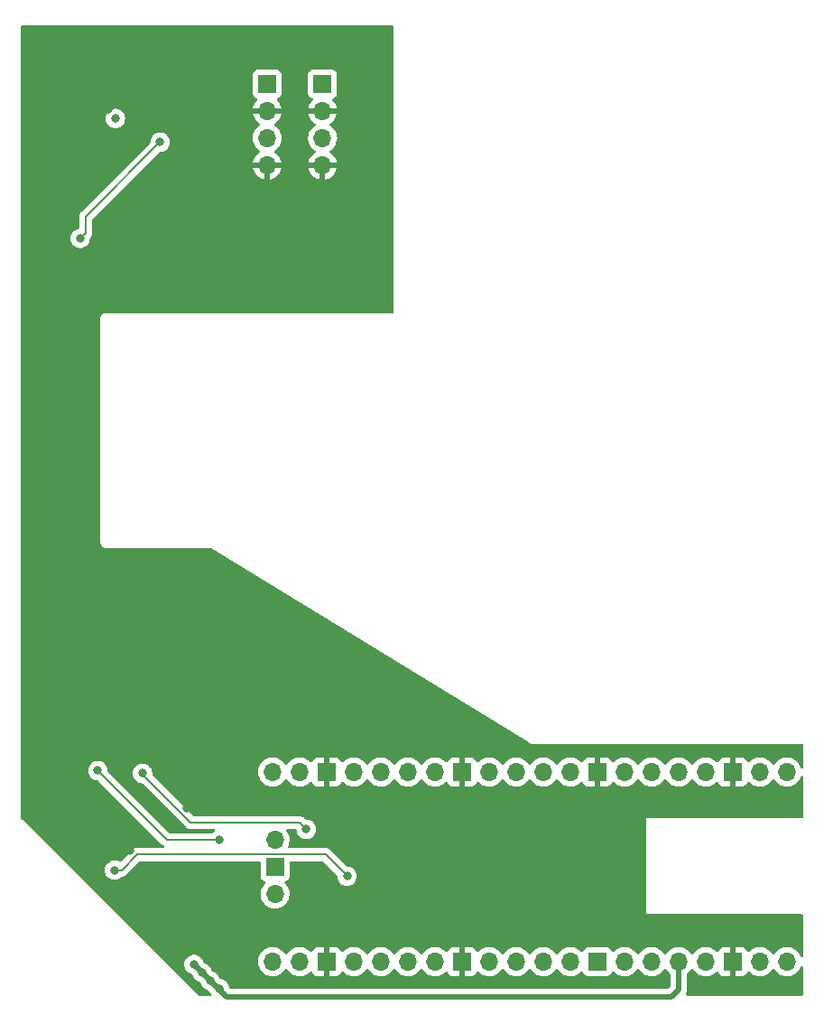
<source format=gbl>
%TF.GenerationSoftware,KiCad,Pcbnew,(6.0.2-0)*%
%TF.CreationDate,2022-05-28T22:41:11-04:00*%
%TF.ProjectId,memory-phone-pcb,6d656d6f-7279-42d7-9068-6f6e652d7063,rev?*%
%TF.SameCoordinates,Original*%
%TF.FileFunction,Copper,L2,Bot*%
%TF.FilePolarity,Positive*%
%FSLAX46Y46*%
G04 Gerber Fmt 4.6, Leading zero omitted, Abs format (unit mm)*
G04 Created by KiCad (PCBNEW (6.0.2-0)) date 2022-05-28 22:41:11*
%MOMM*%
%LPD*%
G01*
G04 APERTURE LIST*
%TA.AperFunction,ComponentPad*%
%ADD10O,1.700000X1.700000*%
%TD*%
%TA.AperFunction,ComponentPad*%
%ADD11R,1.700000X1.700000*%
%TD*%
%TA.AperFunction,ViaPad*%
%ADD12C,0.800000*%
%TD*%
%TA.AperFunction,Conductor*%
%ADD13C,0.508000*%
%TD*%
%TA.AperFunction,Conductor*%
%ADD14C,0.200000*%
%TD*%
G04 APERTURE END LIST*
D10*
%TO.P,U4,1,GPIO0*%
%TO.N,unconnected-(U4-Pad1)*%
X119888000Y-128524000D03*
%TO.P,U4,2,GPIO1*%
%TO.N,unconnected-(U4-Pad2)*%
X117348000Y-128524000D03*
D11*
%TO.P,U4,3,GND*%
%TO.N,GND*%
X114808000Y-128524000D03*
D10*
%TO.P,U4,4,GPIO2*%
%TO.N,unconnected-(U4-Pad4)*%
X112268000Y-128524000D03*
%TO.P,U4,5,GPIO3*%
%TO.N,unconnected-(U4-Pad5)*%
X109728000Y-128524000D03*
%TO.P,U4,6,GPIO4*%
%TO.N,unconnected-(U4-Pad6)*%
X107188000Y-128524000D03*
%TO.P,U4,7,GPIO5*%
%TO.N,unconnected-(U4-Pad7)*%
X104648000Y-128524000D03*
D11*
%TO.P,U4,8,GND*%
%TO.N,GND*%
X102108000Y-128524000D03*
D10*
%TO.P,U4,9,GPIO6*%
%TO.N,unconnected-(U4-Pad9)*%
X99568000Y-128524000D03*
%TO.P,U4,10,GPIO7*%
%TO.N,unconnected-(U4-Pad10)*%
X97028000Y-128524000D03*
%TO.P,U4,11,GPIO8*%
%TO.N,unconnected-(U4-Pad11)*%
X94488000Y-128524000D03*
%TO.P,U4,12,GPIO9*%
%TO.N,unconnected-(U4-Pad12)*%
X91948000Y-128524000D03*
D11*
%TO.P,U4,13,GND*%
%TO.N,GND*%
X89408000Y-128524000D03*
D10*
%TO.P,U4,14,GPIO10*%
%TO.N,unconnected-(U4-Pad14)*%
X86868000Y-128524000D03*
%TO.P,U4,15,GPIO11*%
%TO.N,unconnected-(U4-Pad15)*%
X84328000Y-128524000D03*
%TO.P,U4,16,GPIO12*%
%TO.N,unconnected-(U4-Pad16)*%
X81788000Y-128524000D03*
%TO.P,U4,17,GPIO13*%
%TO.N,unconnected-(U4-Pad17)*%
X79248000Y-128524000D03*
D11*
%TO.P,U4,18,GND*%
%TO.N,GND*%
X76708000Y-128524000D03*
D10*
%TO.P,U4,19,GPIO14*%
%TO.N,/DIAL*%
X74168000Y-128524000D03*
%TO.P,U4,20,GPIO15*%
%TO.N,/HANG_UP*%
X71628000Y-128524000D03*
%TO.P,U4,21,GPIO16*%
%TO.N,/SD_SDO*%
X71628000Y-146304000D03*
%TO.P,U4,22,GPIO17*%
%TO.N,/SD_CSn*%
X74168000Y-146304000D03*
D11*
%TO.P,U4,23,GND*%
%TO.N,GND*%
X76708000Y-146304000D03*
D10*
%TO.P,U4,24,GPIO18*%
%TO.N,/SD_SCK*%
X79248000Y-146304000D03*
%TO.P,U4,25,GPIO19*%
%TO.N,/SD_SDI*%
X81788000Y-146304000D03*
%TO.P,U4,26,GPIO20*%
%TO.N,unconnected-(U4-Pad26)*%
X84328000Y-146304000D03*
%TO.P,U4,27,GPIO21*%
%TO.N,unconnected-(U4-Pad27)*%
X86868000Y-146304000D03*
D11*
%TO.P,U4,28,GND*%
%TO.N,GND*%
X89408000Y-146304000D03*
D10*
%TO.P,U4,29,GPIO22*%
%TO.N,/HANDSET_PWM_OUT*%
X91948000Y-146304000D03*
%TO.P,U4,30,RUN*%
%TO.N,unconnected-(U4-Pad30)*%
X94488000Y-146304000D03*
%TO.P,U4,31,GPIO26_ADC0*%
%TO.N,/HANDSET_ADC_IN*%
X97028000Y-146304000D03*
%TO.P,U4,32,GPIO27_ADC1*%
%TO.N,unconnected-(U4-Pad32)*%
X99568000Y-146304000D03*
D11*
%TO.P,U4,33,AGND*%
%TO.N,unconnected-(U4-Pad33)*%
X102108000Y-146304000D03*
D10*
%TO.P,U4,34,GPIO28_ADC2*%
%TO.N,unconnected-(U4-Pad34)*%
X104648000Y-146304000D03*
%TO.P,U4,35,ADC_VREF*%
%TO.N,/ADC_VREF*%
X107188000Y-146304000D03*
%TO.P,U4,36,3V3*%
%TO.N,+3V3*%
X109728000Y-146304000D03*
%TO.P,U4,37,3V3_EN*%
%TO.N,unconnected-(U4-Pad37)*%
X112268000Y-146304000D03*
D11*
%TO.P,U4,38,GND*%
%TO.N,GND*%
X114808000Y-146304000D03*
D10*
%TO.P,U4,39,VSYS*%
%TO.N,unconnected-(U4-Pad39)*%
X117348000Y-146304000D03*
%TO.P,U4,40,VBUS*%
%TO.N,+5V*%
X119888000Y-146304000D03*
%TO.P,U4,41,SWCLK*%
%TO.N,unconnected-(U4-Pad41)*%
X71858000Y-134874000D03*
D11*
%TO.P,U4,42,GND*%
%TO.N,unconnected-(U4-Pad42)*%
X71858000Y-137414000D03*
D10*
%TO.P,U4,43,SWDIO*%
%TO.N,unconnected-(U4-Pad43)*%
X71858000Y-139954000D03*
%TD*%
D11*
%TO.P,J2,1,Pin_1*%
%TO.N,/HANG_UP*%
X76327000Y-64008000D03*
D10*
%TO.P,J2,2,Pin_2*%
%TO.N,GND*%
X76327000Y-66548000D03*
%TO.P,J2,3,Pin_3*%
%TO.N,/DIAL*%
X76327000Y-69088000D03*
%TO.P,J2,4,Pin_4*%
%TO.N,GND*%
X76327000Y-71628000D03*
%TD*%
D11*
%TO.P,J1,1,Pin_1*%
%TO.N,Net-(C1-Pad1)*%
X71120000Y-64008000D03*
D10*
%TO.P,J1,2,Pin_2*%
%TO.N,GND*%
X71120000Y-66548000D03*
%TO.P,J1,3,Pin_3*%
%TO.N,Net-(C2-Pad1)*%
X71120000Y-69088000D03*
%TO.P,J1,4,Pin_4*%
%TO.N,GND*%
X71120000Y-71628000D03*
%TD*%
D12*
%TO.N,GND*%
X50673000Y-123698000D03*
X65532000Y-123063000D03*
X59817000Y-68580000D03*
X65786000Y-141478000D03*
X51054000Y-121920000D03*
X58293000Y-135890000D03*
X62738000Y-78359000D03*
X62738000Y-76454000D03*
X70180878Y-78181878D03*
X56007000Y-132080000D03*
X52324000Y-68326000D03*
X64897000Y-120650000D03*
X63627000Y-131953000D03*
X49530000Y-66421000D03*
X61402000Y-64577000D03*
X50800000Y-130429000D03*
X56261000Y-66421000D03*
%TO.N,+3V3*%
X65024000Y-147320000D03*
X66675000Y-148844000D03*
X56890500Y-67244000D03*
X64262000Y-146558000D03*
X65786000Y-148082000D03*
%TO.N,/SD_SDI*%
X74798787Y-133884025D03*
X59436000Y-128651000D03*
%TO.N,/SD_SCK*%
X78632884Y-138283116D03*
X56815289Y-137714289D03*
%TO.N,/HANDSET_ADC_IN*%
X53594000Y-78486000D03*
X61087000Y-69469000D03*
%TO.N,/SD_SDO*%
X66675000Y-134874000D03*
X55245000Y-128397000D03*
%TD*%
D13*
%TO.N,+3V3*%
X109728000Y-148971000D02*
X109093000Y-149606000D01*
X67310000Y-149606000D02*
X64262000Y-146558000D01*
X109093000Y-149606000D02*
X67310000Y-149606000D01*
X109728000Y-146304000D02*
X109728000Y-148971000D01*
D14*
%TO.N,/SD_SDI*%
X59436000Y-128751245D02*
X63933780Y-133249025D01*
X59436000Y-128651000D02*
X59436000Y-128751245D01*
X74163787Y-133249025D02*
X74798787Y-133884025D01*
X63933780Y-133249025D02*
X74163787Y-133249025D01*
%TO.N,/SD_SCK*%
X56815289Y-137714289D02*
X57457956Y-137714289D01*
X57457956Y-137714289D02*
X58907756Y-136264489D01*
X76614257Y-136264489D02*
X78632884Y-138283116D01*
X58907756Y-136264489D02*
X76614257Y-136264489D01*
%TO.N,/HANDSET_ADC_IN*%
X53594000Y-78486000D02*
X54102000Y-77978000D01*
X61087000Y-69469000D02*
X54102000Y-76454000D01*
X54102000Y-77978000D02*
X54102000Y-76454000D01*
%TO.N,/SD_SDO*%
X61722000Y-134874000D02*
X55245000Y-128397000D01*
X66675000Y-134874000D02*
X61722000Y-134874000D01*
%TD*%
%TA.AperFunction,Conductor*%
%TO.N,GND*%
G36*
X82934121Y-58528002D02*
G01*
X82980614Y-58581658D01*
X82992000Y-58634000D01*
X82992000Y-85366000D01*
X82971998Y-85434121D01*
X82918342Y-85480614D01*
X82866000Y-85492000D01*
X56008702Y-85492000D01*
X56007932Y-85491998D01*
X56007078Y-85491993D01*
X55930348Y-85491524D01*
X55921719Y-85493990D01*
X55921714Y-85493991D01*
X55901952Y-85499639D01*
X55885191Y-85503217D01*
X55864848Y-85506130D01*
X55864838Y-85506133D01*
X55855955Y-85507405D01*
X55832605Y-85518021D01*
X55815093Y-85524464D01*
X55802200Y-85528149D01*
X55790435Y-85531512D01*
X55765452Y-85547274D01*
X55750386Y-85555404D01*
X55723490Y-85567633D01*
X55704061Y-85584374D01*
X55689053Y-85595479D01*
X55667369Y-85609160D01*
X55661427Y-85615888D01*
X55647819Y-85631296D01*
X55635627Y-85643340D01*
X55613253Y-85662619D01*
X55608374Y-85670147D01*
X55608371Y-85670150D01*
X55599304Y-85684139D01*
X55588014Y-85699013D01*
X55571044Y-85718228D01*
X55558490Y-85744966D01*
X55550176Y-85759935D01*
X55534107Y-85784727D01*
X55531535Y-85793327D01*
X55526761Y-85809290D01*
X55520099Y-85826736D01*
X55509201Y-85849948D01*
X55507820Y-85858821D01*
X55504658Y-85879128D01*
X55500874Y-85895849D01*
X55494986Y-85915536D01*
X55494985Y-85915539D01*
X55492413Y-85924141D01*
X55492358Y-85933116D01*
X55492358Y-85933117D01*
X55492203Y-85958546D01*
X55492170Y-85959328D01*
X55492000Y-85960423D01*
X55492000Y-85991298D01*
X55491998Y-85992068D01*
X55491524Y-86069652D01*
X55491908Y-86070996D01*
X55492000Y-86072341D01*
X55492000Y-106991298D01*
X55491998Y-106992068D01*
X55491524Y-107069652D01*
X55493990Y-107078281D01*
X55493991Y-107078286D01*
X55499639Y-107098048D01*
X55503217Y-107114809D01*
X55506130Y-107135152D01*
X55506133Y-107135162D01*
X55507405Y-107144045D01*
X55518021Y-107167395D01*
X55524464Y-107184907D01*
X55531512Y-107209565D01*
X55547274Y-107234548D01*
X55555404Y-107249614D01*
X55567633Y-107276510D01*
X55584374Y-107295939D01*
X55595479Y-107310947D01*
X55609160Y-107332631D01*
X55615888Y-107338573D01*
X55631296Y-107352181D01*
X55643340Y-107364373D01*
X55662619Y-107386747D01*
X55670147Y-107391626D01*
X55670150Y-107391629D01*
X55684139Y-107400696D01*
X55699013Y-107411986D01*
X55718228Y-107428956D01*
X55726354Y-107432771D01*
X55726355Y-107432772D01*
X55732021Y-107435432D01*
X55744966Y-107441510D01*
X55759935Y-107449824D01*
X55784727Y-107465893D01*
X55793327Y-107468465D01*
X55809290Y-107473239D01*
X55826736Y-107479901D01*
X55849948Y-107490799D01*
X55879130Y-107495343D01*
X55895849Y-107499126D01*
X55915536Y-107505014D01*
X55915539Y-107505015D01*
X55924141Y-107507587D01*
X55933116Y-107507642D01*
X55933117Y-107507642D01*
X55939810Y-107507683D01*
X55958556Y-107507797D01*
X55959328Y-107507830D01*
X55960423Y-107508000D01*
X55991298Y-107508000D01*
X55992068Y-107508002D01*
X56065716Y-107508452D01*
X56065717Y-107508452D01*
X56069652Y-107508476D01*
X56070996Y-107508092D01*
X56072341Y-107508000D01*
X65821394Y-107508000D01*
X65887166Y-107526529D01*
X95687391Y-125764268D01*
X95705024Y-125777296D01*
X95711497Y-125783013D01*
X95711504Y-125783018D01*
X95718228Y-125788956D01*
X95726352Y-125792770D01*
X95726353Y-125792771D01*
X95752751Y-125805165D01*
X95758083Y-125808036D01*
X95758135Y-125807936D01*
X95762110Y-125809996D01*
X95765936Y-125812337D01*
X95770055Y-125814112D01*
X95770060Y-125814115D01*
X95789588Y-125822532D01*
X95793263Y-125824186D01*
X95849948Y-125850799D01*
X95858128Y-125852073D01*
X95865727Y-125855348D01*
X95874636Y-125856444D01*
X95874638Y-125856445D01*
X95927843Y-125862993D01*
X95931838Y-125863549D01*
X95936173Y-125864224D01*
X95960423Y-125868000D01*
X95965298Y-125868000D01*
X95970143Y-125868375D01*
X95970128Y-125868572D01*
X95976191Y-125868944D01*
X96001244Y-125872028D01*
X96001247Y-125872028D01*
X96010152Y-125873124D01*
X96025576Y-125870603D01*
X96031407Y-125869650D01*
X96051732Y-125868000D01*
X121304984Y-125868000D01*
X121373105Y-125888002D01*
X121419598Y-125941658D01*
X121430984Y-125994198D01*
X121427732Y-128058571D01*
X121407623Y-128126661D01*
X121353894Y-128173069D01*
X121283604Y-128183062D01*
X121219070Y-128153467D01*
X121182661Y-128094171D01*
X121181358Y-128094615D01*
X121179692Y-128089722D01*
X121178431Y-128084702D01*
X121089354Y-127879840D01*
X121025304Y-127780834D01*
X120970822Y-127696617D01*
X120970820Y-127696614D01*
X120968014Y-127692277D01*
X120817670Y-127527051D01*
X120813619Y-127523852D01*
X120813615Y-127523848D01*
X120646414Y-127391800D01*
X120646410Y-127391798D01*
X120642359Y-127388598D01*
X120446789Y-127280638D01*
X120441920Y-127278914D01*
X120441916Y-127278912D01*
X120241087Y-127207795D01*
X120241083Y-127207794D01*
X120236212Y-127206069D01*
X120231119Y-127205162D01*
X120231116Y-127205161D01*
X120021373Y-127167800D01*
X120021367Y-127167799D01*
X120016284Y-127166894D01*
X119942452Y-127165992D01*
X119798081Y-127164228D01*
X119798079Y-127164228D01*
X119792911Y-127164165D01*
X119572091Y-127197955D01*
X119359756Y-127267357D01*
X119161607Y-127370507D01*
X119157474Y-127373610D01*
X119157471Y-127373612D01*
X118987100Y-127501530D01*
X118982965Y-127504635D01*
X118828629Y-127666138D01*
X118721201Y-127823621D01*
X118666293Y-127868621D01*
X118595768Y-127876792D01*
X118532021Y-127845538D01*
X118511324Y-127821054D01*
X118430822Y-127696617D01*
X118430820Y-127696614D01*
X118428014Y-127692277D01*
X118277670Y-127527051D01*
X118273619Y-127523852D01*
X118273615Y-127523848D01*
X118106414Y-127391800D01*
X118106410Y-127391798D01*
X118102359Y-127388598D01*
X117906789Y-127280638D01*
X117901920Y-127278914D01*
X117901916Y-127278912D01*
X117701087Y-127207795D01*
X117701083Y-127207794D01*
X117696212Y-127206069D01*
X117691119Y-127205162D01*
X117691116Y-127205161D01*
X117481373Y-127167800D01*
X117481367Y-127167799D01*
X117476284Y-127166894D01*
X117402452Y-127165992D01*
X117258081Y-127164228D01*
X117258079Y-127164228D01*
X117252911Y-127164165D01*
X117032091Y-127197955D01*
X116819756Y-127267357D01*
X116621607Y-127370507D01*
X116617474Y-127373610D01*
X116617471Y-127373612D01*
X116447100Y-127501530D01*
X116442965Y-127504635D01*
X116439393Y-127508373D01*
X116361898Y-127589466D01*
X116300374Y-127624895D01*
X116229462Y-127621438D01*
X116171676Y-127580192D01*
X116152823Y-127546644D01*
X116111324Y-127435946D01*
X116102786Y-127420351D01*
X116026285Y-127318276D01*
X116013724Y-127305715D01*
X115911649Y-127229214D01*
X115896054Y-127220676D01*
X115775606Y-127175522D01*
X115760351Y-127171895D01*
X115709486Y-127166369D01*
X115702672Y-127166000D01*
X115080115Y-127166000D01*
X115064876Y-127170475D01*
X115063671Y-127171865D01*
X115062000Y-127179548D01*
X115062000Y-129863884D01*
X115066475Y-129879123D01*
X115067865Y-129880328D01*
X115075548Y-129881999D01*
X115702669Y-129881999D01*
X115709490Y-129881629D01*
X115760352Y-129876105D01*
X115775604Y-129872479D01*
X115896054Y-129827324D01*
X115911649Y-129818786D01*
X116013724Y-129742285D01*
X116026285Y-129729724D01*
X116102786Y-129627649D01*
X116111324Y-129612054D01*
X116152225Y-129502952D01*
X116194867Y-129446188D01*
X116261428Y-129421488D01*
X116330777Y-129436696D01*
X116365444Y-129464684D01*
X116390865Y-129494031D01*
X116390869Y-129494035D01*
X116394250Y-129497938D01*
X116566126Y-129640632D01*
X116759000Y-129753338D01*
X116967692Y-129833030D01*
X116972760Y-129834061D01*
X116972763Y-129834062D01*
X117080017Y-129855883D01*
X117186597Y-129877567D01*
X117191772Y-129877757D01*
X117191774Y-129877757D01*
X117404673Y-129885564D01*
X117404677Y-129885564D01*
X117409837Y-129885753D01*
X117414957Y-129885097D01*
X117414959Y-129885097D01*
X117626288Y-129858025D01*
X117626289Y-129858025D01*
X117631416Y-129857368D01*
X117636366Y-129855883D01*
X117840429Y-129794661D01*
X117840434Y-129794659D01*
X117845384Y-129793174D01*
X118045994Y-129694896D01*
X118227860Y-129565173D01*
X118386096Y-129407489D01*
X118441874Y-129329866D01*
X118516453Y-129226077D01*
X118517776Y-129227028D01*
X118564645Y-129183857D01*
X118634580Y-129171625D01*
X118700026Y-129199144D01*
X118727875Y-129230994D01*
X118787987Y-129329088D01*
X118934250Y-129497938D01*
X119106126Y-129640632D01*
X119299000Y-129753338D01*
X119507692Y-129833030D01*
X119512760Y-129834061D01*
X119512763Y-129834062D01*
X119620017Y-129855883D01*
X119726597Y-129877567D01*
X119731772Y-129877757D01*
X119731774Y-129877757D01*
X119944673Y-129885564D01*
X119944677Y-129885564D01*
X119949837Y-129885753D01*
X119954957Y-129885097D01*
X119954959Y-129885097D01*
X120166288Y-129858025D01*
X120166289Y-129858025D01*
X120171416Y-129857368D01*
X120176366Y-129855883D01*
X120380429Y-129794661D01*
X120380434Y-129794659D01*
X120385384Y-129793174D01*
X120585994Y-129694896D01*
X120767860Y-129565173D01*
X120926096Y-129407489D01*
X120981874Y-129329866D01*
X121053435Y-129230277D01*
X121056453Y-129226077D01*
X121073887Y-129190803D01*
X121153136Y-129030453D01*
X121153137Y-129030451D01*
X121155430Y-129025811D01*
X121179718Y-128945870D01*
X121218659Y-128886506D01*
X121283513Y-128857619D01*
X121353689Y-128868380D01*
X121406907Y-128915374D01*
X121426276Y-128982698D01*
X121420394Y-132716199D01*
X121400284Y-132784288D01*
X121346556Y-132830696D01*
X121294394Y-132842000D01*
X106680000Y-132842000D01*
X106680000Y-141859000D01*
X121279792Y-141859000D01*
X121347913Y-141879002D01*
X121394406Y-141932658D01*
X121405792Y-141985199D01*
X121399957Y-145689206D01*
X121399832Y-145768320D01*
X121379722Y-145836409D01*
X121325994Y-145882817D01*
X121255704Y-145892810D01*
X121191170Y-145863215D01*
X121158283Y-145818364D01*
X121091419Y-145664590D01*
X121089354Y-145659840D01*
X120968014Y-145472277D01*
X120817670Y-145307051D01*
X120813619Y-145303852D01*
X120813615Y-145303848D01*
X120646414Y-145171800D01*
X120646410Y-145171798D01*
X120642359Y-145168598D01*
X120446789Y-145060638D01*
X120441920Y-145058914D01*
X120441916Y-145058912D01*
X120241087Y-144987795D01*
X120241083Y-144987794D01*
X120236212Y-144986069D01*
X120231119Y-144985162D01*
X120231116Y-144985161D01*
X120021373Y-144947800D01*
X120021367Y-144947799D01*
X120016284Y-144946894D01*
X119942452Y-144945992D01*
X119798081Y-144944228D01*
X119798079Y-144944228D01*
X119792911Y-144944165D01*
X119572091Y-144977955D01*
X119359756Y-145047357D01*
X119161607Y-145150507D01*
X119157474Y-145153610D01*
X119157471Y-145153612D01*
X119074450Y-145215946D01*
X118982965Y-145284635D01*
X118943525Y-145325907D01*
X118871729Y-145401037D01*
X118828629Y-145446138D01*
X118721201Y-145603621D01*
X118666293Y-145648621D01*
X118595768Y-145656792D01*
X118532021Y-145625538D01*
X118511324Y-145601054D01*
X118430822Y-145476617D01*
X118430820Y-145476614D01*
X118428014Y-145472277D01*
X118277670Y-145307051D01*
X118273619Y-145303852D01*
X118273615Y-145303848D01*
X118106414Y-145171800D01*
X118106410Y-145171798D01*
X118102359Y-145168598D01*
X117906789Y-145060638D01*
X117901920Y-145058914D01*
X117901916Y-145058912D01*
X117701087Y-144987795D01*
X117701083Y-144987794D01*
X117696212Y-144986069D01*
X117691119Y-144985162D01*
X117691116Y-144985161D01*
X117481373Y-144947800D01*
X117481367Y-144947799D01*
X117476284Y-144946894D01*
X117402452Y-144945992D01*
X117258081Y-144944228D01*
X117258079Y-144944228D01*
X117252911Y-144944165D01*
X117032091Y-144977955D01*
X116819756Y-145047357D01*
X116621607Y-145150507D01*
X116617474Y-145153610D01*
X116617471Y-145153612D01*
X116534450Y-145215946D01*
X116442965Y-145284635D01*
X116439393Y-145288373D01*
X116361898Y-145369466D01*
X116300374Y-145404895D01*
X116229462Y-145401438D01*
X116171676Y-145360192D01*
X116152823Y-145326644D01*
X116111324Y-145215946D01*
X116102786Y-145200351D01*
X116026285Y-145098276D01*
X116013724Y-145085715D01*
X115911649Y-145009214D01*
X115896054Y-145000676D01*
X115775606Y-144955522D01*
X115760351Y-144951895D01*
X115709486Y-144946369D01*
X115702672Y-144946000D01*
X115080115Y-144946000D01*
X115064876Y-144950475D01*
X115063671Y-144951865D01*
X115062000Y-144959548D01*
X115062000Y-147643884D01*
X115066475Y-147659123D01*
X115067865Y-147660328D01*
X115075548Y-147661999D01*
X115702669Y-147661999D01*
X115709490Y-147661629D01*
X115760352Y-147656105D01*
X115775604Y-147652479D01*
X115896054Y-147607324D01*
X115911649Y-147598786D01*
X116013724Y-147522285D01*
X116026285Y-147509724D01*
X116102786Y-147407649D01*
X116111324Y-147392054D01*
X116152225Y-147282952D01*
X116194867Y-147226188D01*
X116261428Y-147201488D01*
X116330777Y-147216696D01*
X116365444Y-147244684D01*
X116390865Y-147274031D01*
X116390869Y-147274035D01*
X116394250Y-147277938D01*
X116566126Y-147420632D01*
X116759000Y-147533338D01*
X116763825Y-147535180D01*
X116763826Y-147535181D01*
X116789686Y-147545056D01*
X116967692Y-147613030D01*
X116972760Y-147614061D01*
X116972763Y-147614062D01*
X117080017Y-147635883D01*
X117186597Y-147657567D01*
X117191772Y-147657757D01*
X117191774Y-147657757D01*
X117404673Y-147665564D01*
X117404677Y-147665564D01*
X117409837Y-147665753D01*
X117414957Y-147665097D01*
X117414959Y-147665097D01*
X117626288Y-147638025D01*
X117626289Y-147638025D01*
X117631416Y-147637368D01*
X117636366Y-147635883D01*
X117840429Y-147574661D01*
X117840434Y-147574659D01*
X117845384Y-147573174D01*
X118045994Y-147474896D01*
X118227860Y-147345173D01*
X118278447Y-147294763D01*
X118328701Y-147244684D01*
X118386096Y-147187489D01*
X118445594Y-147104689D01*
X118516453Y-147006077D01*
X118517776Y-147007028D01*
X118564645Y-146963857D01*
X118634580Y-146951625D01*
X118700026Y-146979144D01*
X118727875Y-147010994D01*
X118787987Y-147109088D01*
X118934250Y-147277938D01*
X119106126Y-147420632D01*
X119299000Y-147533338D01*
X119303825Y-147535180D01*
X119303826Y-147535181D01*
X119329686Y-147545056D01*
X119507692Y-147613030D01*
X119512760Y-147614061D01*
X119512763Y-147614062D01*
X119620017Y-147635883D01*
X119726597Y-147657567D01*
X119731772Y-147657757D01*
X119731774Y-147657757D01*
X119944673Y-147665564D01*
X119944677Y-147665564D01*
X119949837Y-147665753D01*
X119954957Y-147665097D01*
X119954959Y-147665097D01*
X120166288Y-147638025D01*
X120166289Y-147638025D01*
X120171416Y-147637368D01*
X120176366Y-147635883D01*
X120380429Y-147574661D01*
X120380434Y-147574659D01*
X120385384Y-147573174D01*
X120585994Y-147474896D01*
X120767860Y-147345173D01*
X120818447Y-147294763D01*
X120868701Y-147244684D01*
X120926096Y-147187489D01*
X120985594Y-147104689D01*
X121053435Y-147010277D01*
X121056453Y-147006077D01*
X121077320Y-146963857D01*
X121153138Y-146810449D01*
X121153139Y-146810447D01*
X121155430Y-146805811D01*
X121155720Y-146804857D01*
X121198649Y-146749841D01*
X121265652Y-146726366D01*
X121334710Y-146742843D01*
X121383898Y-146794040D01*
X121398124Y-146852398D01*
X121396311Y-148002749D01*
X121394163Y-149366199D01*
X121374053Y-149434288D01*
X121320325Y-149480696D01*
X121268163Y-149492000D01*
X110524168Y-149492000D01*
X110456047Y-149471998D01*
X110409554Y-149418342D01*
X110399450Y-149348068D01*
X110410021Y-149312648D01*
X110412236Y-149307909D01*
X110414147Y-149303999D01*
X110447543Y-149238596D01*
X110449284Y-149231482D01*
X110451416Y-149225748D01*
X110453344Y-149219952D01*
X110456444Y-149213320D01*
X110471395Y-149141440D01*
X110472365Y-149137156D01*
X110488469Y-149071342D01*
X110489804Y-149065888D01*
X110490500Y-149054670D01*
X110490537Y-149054672D01*
X110490773Y-149050773D01*
X110491163Y-149046402D01*
X110492652Y-149039243D01*
X110490546Y-148961423D01*
X110490500Y-148958014D01*
X110490500Y-147493780D01*
X110510502Y-147425659D01*
X110543332Y-147391201D01*
X110603652Y-147348176D01*
X110603663Y-147348167D01*
X110607860Y-147345173D01*
X110658447Y-147294763D01*
X110708701Y-147244684D01*
X110766096Y-147187489D01*
X110825594Y-147104689D01*
X110896453Y-147006077D01*
X110897776Y-147007028D01*
X110944645Y-146963857D01*
X111014580Y-146951625D01*
X111080026Y-146979144D01*
X111107875Y-147010994D01*
X111167987Y-147109088D01*
X111314250Y-147277938D01*
X111486126Y-147420632D01*
X111679000Y-147533338D01*
X111683825Y-147535180D01*
X111683826Y-147535181D01*
X111709686Y-147545056D01*
X111887692Y-147613030D01*
X111892760Y-147614061D01*
X111892763Y-147614062D01*
X112000017Y-147635883D01*
X112106597Y-147657567D01*
X112111772Y-147657757D01*
X112111774Y-147657757D01*
X112324673Y-147665564D01*
X112324677Y-147665564D01*
X112329837Y-147665753D01*
X112334957Y-147665097D01*
X112334959Y-147665097D01*
X112546288Y-147638025D01*
X112546289Y-147638025D01*
X112551416Y-147637368D01*
X112556366Y-147635883D01*
X112760429Y-147574661D01*
X112760434Y-147574659D01*
X112765384Y-147573174D01*
X112965994Y-147474896D01*
X113147860Y-147345173D01*
X113198447Y-147294763D01*
X113256479Y-147236933D01*
X113318851Y-147203017D01*
X113389658Y-147208205D01*
X113446419Y-147250851D01*
X113463401Y-147281954D01*
X113504676Y-147392054D01*
X113513214Y-147407649D01*
X113589715Y-147509724D01*
X113602276Y-147522285D01*
X113704351Y-147598786D01*
X113719946Y-147607324D01*
X113840394Y-147652478D01*
X113855649Y-147656105D01*
X113906514Y-147661631D01*
X113913328Y-147662000D01*
X114535885Y-147662000D01*
X114551124Y-147657525D01*
X114552329Y-147656135D01*
X114554000Y-147648452D01*
X114554000Y-144964116D01*
X114549525Y-144948877D01*
X114548135Y-144947672D01*
X114540452Y-144946001D01*
X113913331Y-144946001D01*
X113906510Y-144946371D01*
X113855648Y-144951895D01*
X113840396Y-144955521D01*
X113719946Y-145000676D01*
X113704351Y-145009214D01*
X113602276Y-145085715D01*
X113589715Y-145098276D01*
X113513214Y-145200351D01*
X113504676Y-145215946D01*
X113463297Y-145326322D01*
X113420655Y-145383087D01*
X113354093Y-145407786D01*
X113284744Y-145392578D01*
X113252121Y-145366891D01*
X113201151Y-145310876D01*
X113201145Y-145310870D01*
X113197670Y-145307051D01*
X113193619Y-145303852D01*
X113193615Y-145303848D01*
X113026414Y-145171800D01*
X113026410Y-145171798D01*
X113022359Y-145168598D01*
X112826789Y-145060638D01*
X112821920Y-145058914D01*
X112821916Y-145058912D01*
X112621087Y-144987795D01*
X112621083Y-144987794D01*
X112616212Y-144986069D01*
X112611119Y-144985162D01*
X112611116Y-144985161D01*
X112401373Y-144947800D01*
X112401367Y-144947799D01*
X112396284Y-144946894D01*
X112322452Y-144945992D01*
X112178081Y-144944228D01*
X112178079Y-144944228D01*
X112172911Y-144944165D01*
X111952091Y-144977955D01*
X111739756Y-145047357D01*
X111541607Y-145150507D01*
X111537474Y-145153610D01*
X111537471Y-145153612D01*
X111454450Y-145215946D01*
X111362965Y-145284635D01*
X111323525Y-145325907D01*
X111251729Y-145401037D01*
X111208629Y-145446138D01*
X111101201Y-145603621D01*
X111046293Y-145648621D01*
X110975768Y-145656792D01*
X110912021Y-145625538D01*
X110891324Y-145601054D01*
X110810822Y-145476617D01*
X110810820Y-145476614D01*
X110808014Y-145472277D01*
X110657670Y-145307051D01*
X110653619Y-145303852D01*
X110653615Y-145303848D01*
X110486414Y-145171800D01*
X110486410Y-145171798D01*
X110482359Y-145168598D01*
X110286789Y-145060638D01*
X110281920Y-145058914D01*
X110281916Y-145058912D01*
X110081087Y-144987795D01*
X110081083Y-144987794D01*
X110076212Y-144986069D01*
X110071119Y-144985162D01*
X110071116Y-144985161D01*
X109861373Y-144947800D01*
X109861367Y-144947799D01*
X109856284Y-144946894D01*
X109782452Y-144945992D01*
X109638081Y-144944228D01*
X109638079Y-144944228D01*
X109632911Y-144944165D01*
X109412091Y-144977955D01*
X109199756Y-145047357D01*
X109001607Y-145150507D01*
X108997474Y-145153610D01*
X108997471Y-145153612D01*
X108914450Y-145215946D01*
X108822965Y-145284635D01*
X108783525Y-145325907D01*
X108711729Y-145401037D01*
X108668629Y-145446138D01*
X108561201Y-145603621D01*
X108506293Y-145648621D01*
X108435768Y-145656792D01*
X108372021Y-145625538D01*
X108351324Y-145601054D01*
X108270822Y-145476617D01*
X108270820Y-145476614D01*
X108268014Y-145472277D01*
X108117670Y-145307051D01*
X108113619Y-145303852D01*
X108113615Y-145303848D01*
X107946414Y-145171800D01*
X107946410Y-145171798D01*
X107942359Y-145168598D01*
X107746789Y-145060638D01*
X107741920Y-145058914D01*
X107741916Y-145058912D01*
X107541087Y-144987795D01*
X107541083Y-144987794D01*
X107536212Y-144986069D01*
X107531119Y-144985162D01*
X107531116Y-144985161D01*
X107321373Y-144947800D01*
X107321367Y-144947799D01*
X107316284Y-144946894D01*
X107242452Y-144945992D01*
X107098081Y-144944228D01*
X107098079Y-144944228D01*
X107092911Y-144944165D01*
X106872091Y-144977955D01*
X106659756Y-145047357D01*
X106461607Y-145150507D01*
X106457474Y-145153610D01*
X106457471Y-145153612D01*
X106374450Y-145215946D01*
X106282965Y-145284635D01*
X106243525Y-145325907D01*
X106171729Y-145401037D01*
X106128629Y-145446138D01*
X106021201Y-145603621D01*
X105966293Y-145648621D01*
X105895768Y-145656792D01*
X105832021Y-145625538D01*
X105811324Y-145601054D01*
X105730822Y-145476617D01*
X105730820Y-145476614D01*
X105728014Y-145472277D01*
X105577670Y-145307051D01*
X105573619Y-145303852D01*
X105573615Y-145303848D01*
X105406414Y-145171800D01*
X105406410Y-145171798D01*
X105402359Y-145168598D01*
X105206789Y-145060638D01*
X105201920Y-145058914D01*
X105201916Y-145058912D01*
X105001087Y-144987795D01*
X105001083Y-144987794D01*
X104996212Y-144986069D01*
X104991119Y-144985162D01*
X104991116Y-144985161D01*
X104781373Y-144947800D01*
X104781367Y-144947799D01*
X104776284Y-144946894D01*
X104702452Y-144945992D01*
X104558081Y-144944228D01*
X104558079Y-144944228D01*
X104552911Y-144944165D01*
X104332091Y-144977955D01*
X104119756Y-145047357D01*
X103921607Y-145150507D01*
X103917474Y-145153610D01*
X103917471Y-145153612D01*
X103834450Y-145215946D01*
X103742965Y-145284635D01*
X103664360Y-145366891D01*
X103662283Y-145369064D01*
X103600759Y-145404494D01*
X103529846Y-145401037D01*
X103472060Y-145359791D01*
X103453207Y-145326243D01*
X103411767Y-145215703D01*
X103408615Y-145207295D01*
X103321261Y-145090739D01*
X103204705Y-145003385D01*
X103068316Y-144952255D01*
X103006134Y-144945500D01*
X101209866Y-144945500D01*
X101147684Y-144952255D01*
X101011295Y-145003385D01*
X100894739Y-145090739D01*
X100807385Y-145207295D01*
X100804233Y-145215703D01*
X100762919Y-145325907D01*
X100720277Y-145382671D01*
X100653716Y-145407371D01*
X100584367Y-145392163D01*
X100551743Y-145366476D01*
X100501151Y-145310875D01*
X100501142Y-145310866D01*
X100497670Y-145307051D01*
X100493619Y-145303852D01*
X100493615Y-145303848D01*
X100326414Y-145171800D01*
X100326410Y-145171798D01*
X100322359Y-145168598D01*
X100126789Y-145060638D01*
X100121920Y-145058914D01*
X100121916Y-145058912D01*
X99921087Y-144987795D01*
X99921083Y-144987794D01*
X99916212Y-144986069D01*
X99911119Y-144985162D01*
X99911116Y-144985161D01*
X99701373Y-144947800D01*
X99701367Y-144947799D01*
X99696284Y-144946894D01*
X99622452Y-144945992D01*
X99478081Y-144944228D01*
X99478079Y-144944228D01*
X99472911Y-144944165D01*
X99252091Y-144977955D01*
X99039756Y-145047357D01*
X98841607Y-145150507D01*
X98837474Y-145153610D01*
X98837471Y-145153612D01*
X98754450Y-145215946D01*
X98662965Y-145284635D01*
X98623525Y-145325907D01*
X98551729Y-145401037D01*
X98508629Y-145446138D01*
X98401201Y-145603621D01*
X98346293Y-145648621D01*
X98275768Y-145656792D01*
X98212021Y-145625538D01*
X98191324Y-145601054D01*
X98110822Y-145476617D01*
X98110820Y-145476614D01*
X98108014Y-145472277D01*
X97957670Y-145307051D01*
X97953619Y-145303852D01*
X97953615Y-145303848D01*
X97786414Y-145171800D01*
X97786410Y-145171798D01*
X97782359Y-145168598D01*
X97586789Y-145060638D01*
X97581920Y-145058914D01*
X97581916Y-145058912D01*
X97381087Y-144987795D01*
X97381083Y-144987794D01*
X97376212Y-144986069D01*
X97371119Y-144985162D01*
X97371116Y-144985161D01*
X97161373Y-144947800D01*
X97161367Y-144947799D01*
X97156284Y-144946894D01*
X97082452Y-144945992D01*
X96938081Y-144944228D01*
X96938079Y-144944228D01*
X96932911Y-144944165D01*
X96712091Y-144977955D01*
X96499756Y-145047357D01*
X96301607Y-145150507D01*
X96297474Y-145153610D01*
X96297471Y-145153612D01*
X96214450Y-145215946D01*
X96122965Y-145284635D01*
X96083525Y-145325907D01*
X96011729Y-145401037D01*
X95968629Y-145446138D01*
X95861201Y-145603621D01*
X95806293Y-145648621D01*
X95735768Y-145656792D01*
X95672021Y-145625538D01*
X95651324Y-145601054D01*
X95570822Y-145476617D01*
X95570820Y-145476614D01*
X95568014Y-145472277D01*
X95417670Y-145307051D01*
X95413619Y-145303852D01*
X95413615Y-145303848D01*
X95246414Y-145171800D01*
X95246410Y-145171798D01*
X95242359Y-145168598D01*
X95046789Y-145060638D01*
X95041920Y-145058914D01*
X95041916Y-145058912D01*
X94841087Y-144987795D01*
X94841083Y-144987794D01*
X94836212Y-144986069D01*
X94831119Y-144985162D01*
X94831116Y-144985161D01*
X94621373Y-144947800D01*
X94621367Y-144947799D01*
X94616284Y-144946894D01*
X94542452Y-144945992D01*
X94398081Y-144944228D01*
X94398079Y-144944228D01*
X94392911Y-144944165D01*
X94172091Y-144977955D01*
X93959756Y-145047357D01*
X93761607Y-145150507D01*
X93757474Y-145153610D01*
X93757471Y-145153612D01*
X93674450Y-145215946D01*
X93582965Y-145284635D01*
X93543525Y-145325907D01*
X93471729Y-145401037D01*
X93428629Y-145446138D01*
X93321201Y-145603621D01*
X93266293Y-145648621D01*
X93195768Y-145656792D01*
X93132021Y-145625538D01*
X93111324Y-145601054D01*
X93030822Y-145476617D01*
X93030820Y-145476614D01*
X93028014Y-145472277D01*
X92877670Y-145307051D01*
X92873619Y-145303852D01*
X92873615Y-145303848D01*
X92706414Y-145171800D01*
X92706410Y-145171798D01*
X92702359Y-145168598D01*
X92506789Y-145060638D01*
X92501920Y-145058914D01*
X92501916Y-145058912D01*
X92301087Y-144987795D01*
X92301083Y-144987794D01*
X92296212Y-144986069D01*
X92291119Y-144985162D01*
X92291116Y-144985161D01*
X92081373Y-144947800D01*
X92081367Y-144947799D01*
X92076284Y-144946894D01*
X92002452Y-144945992D01*
X91858081Y-144944228D01*
X91858079Y-144944228D01*
X91852911Y-144944165D01*
X91632091Y-144977955D01*
X91419756Y-145047357D01*
X91221607Y-145150507D01*
X91217474Y-145153610D01*
X91217471Y-145153612D01*
X91134450Y-145215946D01*
X91042965Y-145284635D01*
X91039393Y-145288373D01*
X90961898Y-145369466D01*
X90900374Y-145404895D01*
X90829462Y-145401438D01*
X90771676Y-145360192D01*
X90752823Y-145326644D01*
X90711324Y-145215946D01*
X90702786Y-145200351D01*
X90626285Y-145098276D01*
X90613724Y-145085715D01*
X90511649Y-145009214D01*
X90496054Y-145000676D01*
X90375606Y-144955522D01*
X90360351Y-144951895D01*
X90309486Y-144946369D01*
X90302672Y-144946000D01*
X89680115Y-144946000D01*
X89664876Y-144950475D01*
X89663671Y-144951865D01*
X89662000Y-144959548D01*
X89662000Y-147643884D01*
X89666475Y-147659123D01*
X89667865Y-147660328D01*
X89675548Y-147661999D01*
X90302669Y-147661999D01*
X90309490Y-147661629D01*
X90360352Y-147656105D01*
X90375604Y-147652479D01*
X90496054Y-147607324D01*
X90511649Y-147598786D01*
X90613724Y-147522285D01*
X90626285Y-147509724D01*
X90702786Y-147407649D01*
X90711324Y-147392054D01*
X90752225Y-147282952D01*
X90794867Y-147226188D01*
X90861428Y-147201488D01*
X90930777Y-147216696D01*
X90965444Y-147244684D01*
X90990865Y-147274031D01*
X90990869Y-147274035D01*
X90994250Y-147277938D01*
X91166126Y-147420632D01*
X91359000Y-147533338D01*
X91363825Y-147535180D01*
X91363826Y-147535181D01*
X91389686Y-147545056D01*
X91567692Y-147613030D01*
X91572760Y-147614061D01*
X91572763Y-147614062D01*
X91680017Y-147635883D01*
X91786597Y-147657567D01*
X91791772Y-147657757D01*
X91791774Y-147657757D01*
X92004673Y-147665564D01*
X92004677Y-147665564D01*
X92009837Y-147665753D01*
X92014957Y-147665097D01*
X92014959Y-147665097D01*
X92226288Y-147638025D01*
X92226289Y-147638025D01*
X92231416Y-147637368D01*
X92236366Y-147635883D01*
X92440429Y-147574661D01*
X92440434Y-147574659D01*
X92445384Y-147573174D01*
X92645994Y-147474896D01*
X92827860Y-147345173D01*
X92878447Y-147294763D01*
X92928701Y-147244684D01*
X92986096Y-147187489D01*
X93045594Y-147104689D01*
X93116453Y-147006077D01*
X93117776Y-147007028D01*
X93164645Y-146963857D01*
X93234580Y-146951625D01*
X93300026Y-146979144D01*
X93327875Y-147010994D01*
X93387987Y-147109088D01*
X93534250Y-147277938D01*
X93706126Y-147420632D01*
X93899000Y-147533338D01*
X93903825Y-147535180D01*
X93903826Y-147535181D01*
X93929686Y-147545056D01*
X94107692Y-147613030D01*
X94112760Y-147614061D01*
X94112763Y-147614062D01*
X94220017Y-147635883D01*
X94326597Y-147657567D01*
X94331772Y-147657757D01*
X94331774Y-147657757D01*
X94544673Y-147665564D01*
X94544677Y-147665564D01*
X94549837Y-147665753D01*
X94554957Y-147665097D01*
X94554959Y-147665097D01*
X94766288Y-147638025D01*
X94766289Y-147638025D01*
X94771416Y-147637368D01*
X94776366Y-147635883D01*
X94980429Y-147574661D01*
X94980434Y-147574659D01*
X94985384Y-147573174D01*
X95185994Y-147474896D01*
X95367860Y-147345173D01*
X95418447Y-147294763D01*
X95468701Y-147244684D01*
X95526096Y-147187489D01*
X95585594Y-147104689D01*
X95656453Y-147006077D01*
X95657776Y-147007028D01*
X95704645Y-146963857D01*
X95774580Y-146951625D01*
X95840026Y-146979144D01*
X95867875Y-147010994D01*
X95927987Y-147109088D01*
X96074250Y-147277938D01*
X96246126Y-147420632D01*
X96439000Y-147533338D01*
X96443825Y-147535180D01*
X96443826Y-147535181D01*
X96469686Y-147545056D01*
X96647692Y-147613030D01*
X96652760Y-147614061D01*
X96652763Y-147614062D01*
X96760017Y-147635883D01*
X96866597Y-147657567D01*
X96871772Y-147657757D01*
X96871774Y-147657757D01*
X97084673Y-147665564D01*
X97084677Y-147665564D01*
X97089837Y-147665753D01*
X97094957Y-147665097D01*
X97094959Y-147665097D01*
X97306288Y-147638025D01*
X97306289Y-147638025D01*
X97311416Y-147637368D01*
X97316366Y-147635883D01*
X97520429Y-147574661D01*
X97520434Y-147574659D01*
X97525384Y-147573174D01*
X97725994Y-147474896D01*
X97907860Y-147345173D01*
X97958447Y-147294763D01*
X98008701Y-147244684D01*
X98066096Y-147187489D01*
X98125594Y-147104689D01*
X98196453Y-147006077D01*
X98197776Y-147007028D01*
X98244645Y-146963857D01*
X98314580Y-146951625D01*
X98380026Y-146979144D01*
X98407875Y-147010994D01*
X98467987Y-147109088D01*
X98614250Y-147277938D01*
X98786126Y-147420632D01*
X98979000Y-147533338D01*
X98983825Y-147535180D01*
X98983826Y-147535181D01*
X99009686Y-147545056D01*
X99187692Y-147613030D01*
X99192760Y-147614061D01*
X99192763Y-147614062D01*
X99300017Y-147635883D01*
X99406597Y-147657567D01*
X99411772Y-147657757D01*
X99411774Y-147657757D01*
X99624673Y-147665564D01*
X99624677Y-147665564D01*
X99629837Y-147665753D01*
X99634957Y-147665097D01*
X99634959Y-147665097D01*
X99846288Y-147638025D01*
X99846289Y-147638025D01*
X99851416Y-147637368D01*
X99856366Y-147635883D01*
X100060429Y-147574661D01*
X100060434Y-147574659D01*
X100065384Y-147573174D01*
X100265994Y-147474896D01*
X100447860Y-147345173D01*
X100556091Y-147237319D01*
X100618462Y-147203404D01*
X100689268Y-147208592D01*
X100746030Y-147251238D01*
X100763012Y-147282341D01*
X100766214Y-147290882D01*
X100807385Y-147400705D01*
X100894739Y-147517261D01*
X101011295Y-147604615D01*
X101147684Y-147655745D01*
X101209866Y-147662500D01*
X103006134Y-147662500D01*
X103068316Y-147655745D01*
X103204705Y-147604615D01*
X103321261Y-147517261D01*
X103408615Y-147400705D01*
X103449786Y-147290882D01*
X103452598Y-147283382D01*
X103495240Y-147226618D01*
X103561802Y-147201918D01*
X103631150Y-147217126D01*
X103665817Y-147245114D01*
X103694250Y-147277938D01*
X103866126Y-147420632D01*
X104059000Y-147533338D01*
X104063825Y-147535180D01*
X104063826Y-147535181D01*
X104089686Y-147545056D01*
X104267692Y-147613030D01*
X104272760Y-147614061D01*
X104272763Y-147614062D01*
X104380017Y-147635883D01*
X104486597Y-147657567D01*
X104491772Y-147657757D01*
X104491774Y-147657757D01*
X104704673Y-147665564D01*
X104704677Y-147665564D01*
X104709837Y-147665753D01*
X104714957Y-147665097D01*
X104714959Y-147665097D01*
X104926288Y-147638025D01*
X104926289Y-147638025D01*
X104931416Y-147637368D01*
X104936366Y-147635883D01*
X105140429Y-147574661D01*
X105140434Y-147574659D01*
X105145384Y-147573174D01*
X105345994Y-147474896D01*
X105527860Y-147345173D01*
X105578447Y-147294763D01*
X105628701Y-147244684D01*
X105686096Y-147187489D01*
X105745594Y-147104689D01*
X105816453Y-147006077D01*
X105817776Y-147007028D01*
X105864645Y-146963857D01*
X105934580Y-146951625D01*
X106000026Y-146979144D01*
X106027875Y-147010994D01*
X106087987Y-147109088D01*
X106234250Y-147277938D01*
X106406126Y-147420632D01*
X106599000Y-147533338D01*
X106603825Y-147535180D01*
X106603826Y-147535181D01*
X106629686Y-147545056D01*
X106807692Y-147613030D01*
X106812760Y-147614061D01*
X106812763Y-147614062D01*
X106920017Y-147635883D01*
X107026597Y-147657567D01*
X107031772Y-147657757D01*
X107031774Y-147657757D01*
X107244673Y-147665564D01*
X107244677Y-147665564D01*
X107249837Y-147665753D01*
X107254957Y-147665097D01*
X107254959Y-147665097D01*
X107466288Y-147638025D01*
X107466289Y-147638025D01*
X107471416Y-147637368D01*
X107476366Y-147635883D01*
X107680429Y-147574661D01*
X107680434Y-147574659D01*
X107685384Y-147573174D01*
X107885994Y-147474896D01*
X108067860Y-147345173D01*
X108118447Y-147294763D01*
X108168701Y-147244684D01*
X108226096Y-147187489D01*
X108285594Y-147104689D01*
X108356453Y-147006077D01*
X108357776Y-147007028D01*
X108404645Y-146963857D01*
X108474580Y-146951625D01*
X108540026Y-146979144D01*
X108567875Y-147010994D01*
X108627987Y-147109088D01*
X108774250Y-147277938D01*
X108919987Y-147398931D01*
X108959620Y-147457831D01*
X108965500Y-147495873D01*
X108965500Y-148602972D01*
X108945498Y-148671093D01*
X108928595Y-148692067D01*
X108814067Y-148806595D01*
X108751755Y-148840621D01*
X108724972Y-148843500D01*
X67701903Y-148843500D01*
X67633782Y-148823498D01*
X67587289Y-148769842D01*
X67576593Y-148730671D01*
X67569232Y-148660636D01*
X67569232Y-148660635D01*
X67568542Y-148654072D01*
X67551939Y-148602972D01*
X67511569Y-148478729D01*
X67509527Y-148472444D01*
X67414040Y-148307056D01*
X67286253Y-148165134D01*
X67131752Y-148052882D01*
X67125724Y-148050198D01*
X67125722Y-148050197D01*
X66963319Y-147977891D01*
X66963318Y-147977891D01*
X66957288Y-147975206D01*
X66770487Y-147935500D01*
X66770334Y-147935500D01*
X66706887Y-147909394D01*
X66665884Y-147850037D01*
X66622568Y-147716726D01*
X66620527Y-147710444D01*
X66594616Y-147665564D01*
X66561246Y-147607767D01*
X66525040Y-147545056D01*
X66504859Y-147522642D01*
X66401675Y-147408045D01*
X66401674Y-147408044D01*
X66397253Y-147403134D01*
X66242752Y-147290882D01*
X66236724Y-147288198D01*
X66236722Y-147288197D01*
X66074319Y-147215891D01*
X66074318Y-147215891D01*
X66068288Y-147213206D01*
X66061833Y-147211834D01*
X66061824Y-147211831D01*
X66012412Y-147201328D01*
X65949515Y-147167177D01*
X65941403Y-147159065D01*
X65910665Y-147108907D01*
X65875746Y-147001438D01*
X65858527Y-146948444D01*
X65843849Y-146923020D01*
X65776179Y-146805814D01*
X65763040Y-146783056D01*
X65737064Y-146754206D01*
X65639675Y-146646045D01*
X65639674Y-146646044D01*
X65635253Y-146641134D01*
X65520829Y-146558000D01*
X65486094Y-146532763D01*
X65486093Y-146532762D01*
X65480752Y-146528882D01*
X65474724Y-146526198D01*
X65474722Y-146526197D01*
X65312319Y-146453891D01*
X65312318Y-146453891D01*
X65306288Y-146451206D01*
X65299833Y-146449834D01*
X65299824Y-146449831D01*
X65250412Y-146439328D01*
X65187515Y-146405177D01*
X65179403Y-146397065D01*
X65148665Y-146346907D01*
X65123902Y-146270695D01*
X70265251Y-146270695D01*
X70265548Y-146275848D01*
X70265548Y-146275851D01*
X70271011Y-146370590D01*
X70278110Y-146493715D01*
X70279247Y-146498761D01*
X70279248Y-146498767D01*
X70285430Y-146526197D01*
X70327222Y-146711639D01*
X70411266Y-146918616D01*
X70448685Y-146979678D01*
X70525291Y-147104688D01*
X70527987Y-147109088D01*
X70674250Y-147277938D01*
X70846126Y-147420632D01*
X71039000Y-147533338D01*
X71043825Y-147535180D01*
X71043826Y-147535181D01*
X71069686Y-147545056D01*
X71247692Y-147613030D01*
X71252760Y-147614061D01*
X71252763Y-147614062D01*
X71360017Y-147635883D01*
X71466597Y-147657567D01*
X71471772Y-147657757D01*
X71471774Y-147657757D01*
X71684673Y-147665564D01*
X71684677Y-147665564D01*
X71689837Y-147665753D01*
X71694957Y-147665097D01*
X71694959Y-147665097D01*
X71906288Y-147638025D01*
X71906289Y-147638025D01*
X71911416Y-147637368D01*
X71916366Y-147635883D01*
X72120429Y-147574661D01*
X72120434Y-147574659D01*
X72125384Y-147573174D01*
X72325994Y-147474896D01*
X72507860Y-147345173D01*
X72558447Y-147294763D01*
X72608701Y-147244684D01*
X72666096Y-147187489D01*
X72725594Y-147104689D01*
X72796453Y-147006077D01*
X72797776Y-147007028D01*
X72844645Y-146963857D01*
X72914580Y-146951625D01*
X72980026Y-146979144D01*
X73007875Y-147010994D01*
X73067987Y-147109088D01*
X73214250Y-147277938D01*
X73386126Y-147420632D01*
X73579000Y-147533338D01*
X73583825Y-147535180D01*
X73583826Y-147535181D01*
X73609686Y-147545056D01*
X73787692Y-147613030D01*
X73792760Y-147614061D01*
X73792763Y-147614062D01*
X73900017Y-147635883D01*
X74006597Y-147657567D01*
X74011772Y-147657757D01*
X74011774Y-147657757D01*
X74224673Y-147665564D01*
X74224677Y-147665564D01*
X74229837Y-147665753D01*
X74234957Y-147665097D01*
X74234959Y-147665097D01*
X74446288Y-147638025D01*
X74446289Y-147638025D01*
X74451416Y-147637368D01*
X74456366Y-147635883D01*
X74660429Y-147574661D01*
X74660434Y-147574659D01*
X74665384Y-147573174D01*
X74865994Y-147474896D01*
X75047860Y-147345173D01*
X75098447Y-147294763D01*
X75156479Y-147236933D01*
X75218851Y-147203017D01*
X75289658Y-147208205D01*
X75346419Y-147250851D01*
X75363401Y-147281954D01*
X75404676Y-147392054D01*
X75413214Y-147407649D01*
X75489715Y-147509724D01*
X75502276Y-147522285D01*
X75604351Y-147598786D01*
X75619946Y-147607324D01*
X75740394Y-147652478D01*
X75755649Y-147656105D01*
X75806514Y-147661631D01*
X75813328Y-147662000D01*
X76435885Y-147662000D01*
X76451124Y-147657525D01*
X76452329Y-147656135D01*
X76454000Y-147648452D01*
X76454000Y-147643884D01*
X76962000Y-147643884D01*
X76966475Y-147659123D01*
X76967865Y-147660328D01*
X76975548Y-147661999D01*
X77602669Y-147661999D01*
X77609490Y-147661629D01*
X77660352Y-147656105D01*
X77675604Y-147652479D01*
X77796054Y-147607324D01*
X77811649Y-147598786D01*
X77913724Y-147522285D01*
X77926285Y-147509724D01*
X78002786Y-147407649D01*
X78011324Y-147392054D01*
X78052225Y-147282952D01*
X78094867Y-147226188D01*
X78161428Y-147201488D01*
X78230777Y-147216696D01*
X78265444Y-147244684D01*
X78290865Y-147274031D01*
X78290869Y-147274035D01*
X78294250Y-147277938D01*
X78466126Y-147420632D01*
X78659000Y-147533338D01*
X78663825Y-147535180D01*
X78663826Y-147535181D01*
X78689686Y-147545056D01*
X78867692Y-147613030D01*
X78872760Y-147614061D01*
X78872763Y-147614062D01*
X78980017Y-147635883D01*
X79086597Y-147657567D01*
X79091772Y-147657757D01*
X79091774Y-147657757D01*
X79304673Y-147665564D01*
X79304677Y-147665564D01*
X79309837Y-147665753D01*
X79314957Y-147665097D01*
X79314959Y-147665097D01*
X79526288Y-147638025D01*
X79526289Y-147638025D01*
X79531416Y-147637368D01*
X79536366Y-147635883D01*
X79740429Y-147574661D01*
X79740434Y-147574659D01*
X79745384Y-147573174D01*
X79945994Y-147474896D01*
X80127860Y-147345173D01*
X80178447Y-147294763D01*
X80228701Y-147244684D01*
X80286096Y-147187489D01*
X80345594Y-147104689D01*
X80416453Y-147006077D01*
X80417776Y-147007028D01*
X80464645Y-146963857D01*
X80534580Y-146951625D01*
X80600026Y-146979144D01*
X80627875Y-147010994D01*
X80687987Y-147109088D01*
X80834250Y-147277938D01*
X81006126Y-147420632D01*
X81199000Y-147533338D01*
X81203825Y-147535180D01*
X81203826Y-147535181D01*
X81229686Y-147545056D01*
X81407692Y-147613030D01*
X81412760Y-147614061D01*
X81412763Y-147614062D01*
X81520017Y-147635883D01*
X81626597Y-147657567D01*
X81631772Y-147657757D01*
X81631774Y-147657757D01*
X81844673Y-147665564D01*
X81844677Y-147665564D01*
X81849837Y-147665753D01*
X81854957Y-147665097D01*
X81854959Y-147665097D01*
X82066288Y-147638025D01*
X82066289Y-147638025D01*
X82071416Y-147637368D01*
X82076366Y-147635883D01*
X82280429Y-147574661D01*
X82280434Y-147574659D01*
X82285384Y-147573174D01*
X82485994Y-147474896D01*
X82667860Y-147345173D01*
X82718447Y-147294763D01*
X82768701Y-147244684D01*
X82826096Y-147187489D01*
X82885594Y-147104689D01*
X82956453Y-147006077D01*
X82957776Y-147007028D01*
X83004645Y-146963857D01*
X83074580Y-146951625D01*
X83140026Y-146979144D01*
X83167875Y-147010994D01*
X83227987Y-147109088D01*
X83374250Y-147277938D01*
X83546126Y-147420632D01*
X83739000Y-147533338D01*
X83743825Y-147535180D01*
X83743826Y-147535181D01*
X83769686Y-147545056D01*
X83947692Y-147613030D01*
X83952760Y-147614061D01*
X83952763Y-147614062D01*
X84060017Y-147635883D01*
X84166597Y-147657567D01*
X84171772Y-147657757D01*
X84171774Y-147657757D01*
X84384673Y-147665564D01*
X84384677Y-147665564D01*
X84389837Y-147665753D01*
X84394957Y-147665097D01*
X84394959Y-147665097D01*
X84606288Y-147638025D01*
X84606289Y-147638025D01*
X84611416Y-147637368D01*
X84616366Y-147635883D01*
X84820429Y-147574661D01*
X84820434Y-147574659D01*
X84825384Y-147573174D01*
X85025994Y-147474896D01*
X85207860Y-147345173D01*
X85258447Y-147294763D01*
X85308701Y-147244684D01*
X85366096Y-147187489D01*
X85425594Y-147104689D01*
X85496453Y-147006077D01*
X85497776Y-147007028D01*
X85544645Y-146963857D01*
X85614580Y-146951625D01*
X85680026Y-146979144D01*
X85707875Y-147010994D01*
X85767987Y-147109088D01*
X85914250Y-147277938D01*
X86086126Y-147420632D01*
X86279000Y-147533338D01*
X86283825Y-147535180D01*
X86283826Y-147535181D01*
X86309686Y-147545056D01*
X86487692Y-147613030D01*
X86492760Y-147614061D01*
X86492763Y-147614062D01*
X86600017Y-147635883D01*
X86706597Y-147657567D01*
X86711772Y-147657757D01*
X86711774Y-147657757D01*
X86924673Y-147665564D01*
X86924677Y-147665564D01*
X86929837Y-147665753D01*
X86934957Y-147665097D01*
X86934959Y-147665097D01*
X87146288Y-147638025D01*
X87146289Y-147638025D01*
X87151416Y-147637368D01*
X87156366Y-147635883D01*
X87360429Y-147574661D01*
X87360434Y-147574659D01*
X87365384Y-147573174D01*
X87565994Y-147474896D01*
X87747860Y-147345173D01*
X87798447Y-147294763D01*
X87856479Y-147236933D01*
X87918851Y-147203017D01*
X87989658Y-147208205D01*
X88046419Y-147250851D01*
X88063401Y-147281954D01*
X88104676Y-147392054D01*
X88113214Y-147407649D01*
X88189715Y-147509724D01*
X88202276Y-147522285D01*
X88304351Y-147598786D01*
X88319946Y-147607324D01*
X88440394Y-147652478D01*
X88455649Y-147656105D01*
X88506514Y-147661631D01*
X88513328Y-147662000D01*
X89135885Y-147662000D01*
X89151124Y-147657525D01*
X89152329Y-147656135D01*
X89154000Y-147648452D01*
X89154000Y-144964116D01*
X89149525Y-144948877D01*
X89148135Y-144947672D01*
X89140452Y-144946001D01*
X88513331Y-144946001D01*
X88506510Y-144946371D01*
X88455648Y-144951895D01*
X88440396Y-144955521D01*
X88319946Y-145000676D01*
X88304351Y-145009214D01*
X88202276Y-145085715D01*
X88189715Y-145098276D01*
X88113214Y-145200351D01*
X88104676Y-145215946D01*
X88063297Y-145326322D01*
X88020655Y-145383087D01*
X87954093Y-145407786D01*
X87884744Y-145392578D01*
X87852121Y-145366891D01*
X87801151Y-145310876D01*
X87801145Y-145310870D01*
X87797670Y-145307051D01*
X87793619Y-145303852D01*
X87793615Y-145303848D01*
X87626414Y-145171800D01*
X87626410Y-145171798D01*
X87622359Y-145168598D01*
X87426789Y-145060638D01*
X87421920Y-145058914D01*
X87421916Y-145058912D01*
X87221087Y-144987795D01*
X87221083Y-144987794D01*
X87216212Y-144986069D01*
X87211119Y-144985162D01*
X87211116Y-144985161D01*
X87001373Y-144947800D01*
X87001367Y-144947799D01*
X86996284Y-144946894D01*
X86922452Y-144945992D01*
X86778081Y-144944228D01*
X86778079Y-144944228D01*
X86772911Y-144944165D01*
X86552091Y-144977955D01*
X86339756Y-145047357D01*
X86141607Y-145150507D01*
X86137474Y-145153610D01*
X86137471Y-145153612D01*
X86054450Y-145215946D01*
X85962965Y-145284635D01*
X85923525Y-145325907D01*
X85851729Y-145401037D01*
X85808629Y-145446138D01*
X85701201Y-145603621D01*
X85646293Y-145648621D01*
X85575768Y-145656792D01*
X85512021Y-145625538D01*
X85491324Y-145601054D01*
X85410822Y-145476617D01*
X85410820Y-145476614D01*
X85408014Y-145472277D01*
X85257670Y-145307051D01*
X85253619Y-145303852D01*
X85253615Y-145303848D01*
X85086414Y-145171800D01*
X85086410Y-145171798D01*
X85082359Y-145168598D01*
X84886789Y-145060638D01*
X84881920Y-145058914D01*
X84881916Y-145058912D01*
X84681087Y-144987795D01*
X84681083Y-144987794D01*
X84676212Y-144986069D01*
X84671119Y-144985162D01*
X84671116Y-144985161D01*
X84461373Y-144947800D01*
X84461367Y-144947799D01*
X84456284Y-144946894D01*
X84382452Y-144945992D01*
X84238081Y-144944228D01*
X84238079Y-144944228D01*
X84232911Y-144944165D01*
X84012091Y-144977955D01*
X83799756Y-145047357D01*
X83601607Y-145150507D01*
X83597474Y-145153610D01*
X83597471Y-145153612D01*
X83514450Y-145215946D01*
X83422965Y-145284635D01*
X83383525Y-145325907D01*
X83311729Y-145401037D01*
X83268629Y-145446138D01*
X83161201Y-145603621D01*
X83106293Y-145648621D01*
X83035768Y-145656792D01*
X82972021Y-145625538D01*
X82951324Y-145601054D01*
X82870822Y-145476617D01*
X82870820Y-145476614D01*
X82868014Y-145472277D01*
X82717670Y-145307051D01*
X82713619Y-145303852D01*
X82713615Y-145303848D01*
X82546414Y-145171800D01*
X82546410Y-145171798D01*
X82542359Y-145168598D01*
X82346789Y-145060638D01*
X82341920Y-145058914D01*
X82341916Y-145058912D01*
X82141087Y-144987795D01*
X82141083Y-144987794D01*
X82136212Y-144986069D01*
X82131119Y-144985162D01*
X82131116Y-144985161D01*
X81921373Y-144947800D01*
X81921367Y-144947799D01*
X81916284Y-144946894D01*
X81842452Y-144945992D01*
X81698081Y-144944228D01*
X81698079Y-144944228D01*
X81692911Y-144944165D01*
X81472091Y-144977955D01*
X81259756Y-145047357D01*
X81061607Y-145150507D01*
X81057474Y-145153610D01*
X81057471Y-145153612D01*
X80974450Y-145215946D01*
X80882965Y-145284635D01*
X80843525Y-145325907D01*
X80771729Y-145401037D01*
X80728629Y-145446138D01*
X80621201Y-145603621D01*
X80566293Y-145648621D01*
X80495768Y-145656792D01*
X80432021Y-145625538D01*
X80411324Y-145601054D01*
X80330822Y-145476617D01*
X80330820Y-145476614D01*
X80328014Y-145472277D01*
X80177670Y-145307051D01*
X80173619Y-145303852D01*
X80173615Y-145303848D01*
X80006414Y-145171800D01*
X80006410Y-145171798D01*
X80002359Y-145168598D01*
X79806789Y-145060638D01*
X79801920Y-145058914D01*
X79801916Y-145058912D01*
X79601087Y-144987795D01*
X79601083Y-144987794D01*
X79596212Y-144986069D01*
X79591119Y-144985162D01*
X79591116Y-144985161D01*
X79381373Y-144947800D01*
X79381367Y-144947799D01*
X79376284Y-144946894D01*
X79302452Y-144945992D01*
X79158081Y-144944228D01*
X79158079Y-144944228D01*
X79152911Y-144944165D01*
X78932091Y-144977955D01*
X78719756Y-145047357D01*
X78521607Y-145150507D01*
X78517474Y-145153610D01*
X78517471Y-145153612D01*
X78434450Y-145215946D01*
X78342965Y-145284635D01*
X78339393Y-145288373D01*
X78261898Y-145369466D01*
X78200374Y-145404895D01*
X78129462Y-145401438D01*
X78071676Y-145360192D01*
X78052823Y-145326644D01*
X78011324Y-145215946D01*
X78002786Y-145200351D01*
X77926285Y-145098276D01*
X77913724Y-145085715D01*
X77811649Y-145009214D01*
X77796054Y-145000676D01*
X77675606Y-144955522D01*
X77660351Y-144951895D01*
X77609486Y-144946369D01*
X77602672Y-144946000D01*
X76980115Y-144946000D01*
X76964876Y-144950475D01*
X76963671Y-144951865D01*
X76962000Y-144959548D01*
X76962000Y-147643884D01*
X76454000Y-147643884D01*
X76454000Y-144964116D01*
X76449525Y-144948877D01*
X76448135Y-144947672D01*
X76440452Y-144946001D01*
X75813331Y-144946001D01*
X75806510Y-144946371D01*
X75755648Y-144951895D01*
X75740396Y-144955521D01*
X75619946Y-145000676D01*
X75604351Y-145009214D01*
X75502276Y-145085715D01*
X75489715Y-145098276D01*
X75413214Y-145200351D01*
X75404676Y-145215946D01*
X75363297Y-145326322D01*
X75320655Y-145383087D01*
X75254093Y-145407786D01*
X75184744Y-145392578D01*
X75152121Y-145366891D01*
X75101151Y-145310876D01*
X75101145Y-145310870D01*
X75097670Y-145307051D01*
X75093619Y-145303852D01*
X75093615Y-145303848D01*
X74926414Y-145171800D01*
X74926410Y-145171798D01*
X74922359Y-145168598D01*
X74726789Y-145060638D01*
X74721920Y-145058914D01*
X74721916Y-145058912D01*
X74521087Y-144987795D01*
X74521083Y-144987794D01*
X74516212Y-144986069D01*
X74511119Y-144985162D01*
X74511116Y-144985161D01*
X74301373Y-144947800D01*
X74301367Y-144947799D01*
X74296284Y-144946894D01*
X74222452Y-144945992D01*
X74078081Y-144944228D01*
X74078079Y-144944228D01*
X74072911Y-144944165D01*
X73852091Y-144977955D01*
X73639756Y-145047357D01*
X73441607Y-145150507D01*
X73437474Y-145153610D01*
X73437471Y-145153612D01*
X73354450Y-145215946D01*
X73262965Y-145284635D01*
X73223525Y-145325907D01*
X73151729Y-145401037D01*
X73108629Y-145446138D01*
X73001201Y-145603621D01*
X72946293Y-145648621D01*
X72875768Y-145656792D01*
X72812021Y-145625538D01*
X72791324Y-145601054D01*
X72710822Y-145476617D01*
X72710820Y-145476614D01*
X72708014Y-145472277D01*
X72557670Y-145307051D01*
X72553619Y-145303852D01*
X72553615Y-145303848D01*
X72386414Y-145171800D01*
X72386410Y-145171798D01*
X72382359Y-145168598D01*
X72186789Y-145060638D01*
X72181920Y-145058914D01*
X72181916Y-145058912D01*
X71981087Y-144987795D01*
X71981083Y-144987794D01*
X71976212Y-144986069D01*
X71971119Y-144985162D01*
X71971116Y-144985161D01*
X71761373Y-144947800D01*
X71761367Y-144947799D01*
X71756284Y-144946894D01*
X71682452Y-144945992D01*
X71538081Y-144944228D01*
X71538079Y-144944228D01*
X71532911Y-144944165D01*
X71312091Y-144977955D01*
X71099756Y-145047357D01*
X70901607Y-145150507D01*
X70897474Y-145153610D01*
X70897471Y-145153612D01*
X70814450Y-145215946D01*
X70722965Y-145284635D01*
X70683525Y-145325907D01*
X70611729Y-145401037D01*
X70568629Y-145446138D01*
X70442743Y-145630680D01*
X70348688Y-145833305D01*
X70288989Y-146048570D01*
X70265251Y-146270695D01*
X65123902Y-146270695D01*
X65098568Y-146192726D01*
X65096527Y-146186444D01*
X65001040Y-146021056D01*
X64873253Y-145879134D01*
X64718752Y-145766882D01*
X64712724Y-145764198D01*
X64712722Y-145764197D01*
X64550319Y-145691891D01*
X64550318Y-145691891D01*
X64544288Y-145689206D01*
X64450887Y-145669353D01*
X64363944Y-145650872D01*
X64363939Y-145650872D01*
X64357487Y-145649500D01*
X64166513Y-145649500D01*
X64160061Y-145650872D01*
X64160056Y-145650872D01*
X64073113Y-145669353D01*
X63979712Y-145689206D01*
X63973682Y-145691891D01*
X63973681Y-145691891D01*
X63811278Y-145764197D01*
X63811276Y-145764198D01*
X63805248Y-145766882D01*
X63650747Y-145879134D01*
X63522960Y-146021056D01*
X63427473Y-146186444D01*
X63368458Y-146368072D01*
X63367768Y-146374633D01*
X63367768Y-146374635D01*
X63354722Y-146498767D01*
X63348496Y-146558000D01*
X63349186Y-146564565D01*
X63356826Y-146637251D01*
X63368458Y-146747928D01*
X63427473Y-146929556D01*
X63430776Y-146935278D01*
X63430777Y-146935279D01*
X63442005Y-146954726D01*
X63522960Y-147094944D01*
X63527378Y-147099851D01*
X63527379Y-147099852D01*
X63625289Y-147208592D01*
X63650747Y-147236866D01*
X63712805Y-147281954D01*
X63794803Y-147341529D01*
X63805248Y-147349118D01*
X63811276Y-147351802D01*
X63811278Y-147351803D01*
X63971734Y-147423242D01*
X63979712Y-147426794D01*
X63986167Y-147428166D01*
X63986176Y-147428169D01*
X64035588Y-147438672D01*
X64098485Y-147472823D01*
X64106597Y-147480935D01*
X64137335Y-147531093D01*
X64189473Y-147691556D01*
X64284960Y-147856944D01*
X64289378Y-147861851D01*
X64289379Y-147861852D01*
X64390208Y-147973834D01*
X64412747Y-147998866D01*
X64567248Y-148111118D01*
X64573276Y-148113802D01*
X64573278Y-148113803D01*
X64735681Y-148186109D01*
X64741712Y-148188794D01*
X64748167Y-148190166D01*
X64748176Y-148190169D01*
X64797588Y-148200672D01*
X64860485Y-148234823D01*
X64868597Y-148242935D01*
X64899335Y-148293093D01*
X64951473Y-148453556D01*
X65046960Y-148618944D01*
X65051378Y-148623851D01*
X65051379Y-148623852D01*
X65093915Y-148671093D01*
X65174747Y-148760866D01*
X65329248Y-148873118D01*
X65335276Y-148875802D01*
X65335278Y-148875803D01*
X65497681Y-148948109D01*
X65503712Y-148950794D01*
X65510167Y-148952166D01*
X65510176Y-148952169D01*
X65559588Y-148962672D01*
X65622485Y-148996823D01*
X65827724Y-149202062D01*
X65847748Y-149228157D01*
X65890959Y-149303000D01*
X65907697Y-149371995D01*
X65884477Y-149439087D01*
X65828670Y-149482974D01*
X65781840Y-149492000D01*
X64762611Y-149492000D01*
X64694490Y-149471998D01*
X64673516Y-149455095D01*
X48044905Y-132826485D01*
X48010879Y-132764173D01*
X48008000Y-132737390D01*
X48008000Y-128397000D01*
X54331496Y-128397000D01*
X54332186Y-128403565D01*
X54341886Y-128495851D01*
X54351458Y-128586928D01*
X54410473Y-128768556D01*
X54505960Y-128933944D01*
X54510378Y-128938851D01*
X54510379Y-128938852D01*
X54592857Y-129030453D01*
X54633747Y-129075866D01*
X54788248Y-129188118D01*
X54794276Y-129190802D01*
X54794278Y-129190803D01*
X54956681Y-129263109D01*
X54962712Y-129265794D01*
X55056112Y-129285647D01*
X55143056Y-129304128D01*
X55143061Y-129304128D01*
X55149513Y-129305500D01*
X55240761Y-129305500D01*
X55308882Y-129325502D01*
X55329856Y-129342405D01*
X61257685Y-135270234D01*
X61268552Y-135282625D01*
X61288013Y-135307987D01*
X61294563Y-135313013D01*
X61319925Y-135332474D01*
X61319928Y-135332477D01*
X61382450Y-135380452D01*
X61415124Y-135405524D01*
X61434575Y-135413581D01*
X61489855Y-135458128D01*
X61512276Y-135525492D01*
X61494718Y-135594283D01*
X61442756Y-135642661D01*
X61386356Y-135655989D01*
X58955892Y-135655989D01*
X58939449Y-135654911D01*
X58907756Y-135650739D01*
X58899567Y-135651817D01*
X58867882Y-135655988D01*
X58867873Y-135655989D01*
X58867871Y-135655989D01*
X58867865Y-135655990D01*
X58867863Y-135655990D01*
X58768299Y-135669098D01*
X58757092Y-135670573D01*
X58757090Y-135670574D01*
X58748905Y-135671651D01*
X58600880Y-135732965D01*
X58555061Y-135768123D01*
X58505693Y-135806004D01*
X58505677Y-135806018D01*
X58480322Y-135825473D01*
X58480319Y-135825476D01*
X58473769Y-135830502D01*
X58468739Y-135837057D01*
X58454304Y-135855868D01*
X58443437Y-135868259D01*
X57413749Y-136897947D01*
X57351437Y-136931973D01*
X57280622Y-136926908D01*
X57272154Y-136922917D01*
X57272041Y-136923171D01*
X57103608Y-136848180D01*
X57103607Y-136848180D01*
X57097577Y-136845495D01*
X57004177Y-136825642D01*
X56917233Y-136807161D01*
X56917228Y-136807161D01*
X56910776Y-136805789D01*
X56719802Y-136805789D01*
X56713350Y-136807161D01*
X56713345Y-136807161D01*
X56626401Y-136825642D01*
X56533001Y-136845495D01*
X56526971Y-136848180D01*
X56526970Y-136848180D01*
X56364567Y-136920486D01*
X56364565Y-136920487D01*
X56358537Y-136923171D01*
X56204036Y-137035423D01*
X56076249Y-137177345D01*
X55980762Y-137342733D01*
X55921747Y-137524361D01*
X55921057Y-137530922D01*
X55921057Y-137530924D01*
X55913350Y-137604250D01*
X55901785Y-137714289D01*
X55921747Y-137904217D01*
X55980762Y-138085845D01*
X55984065Y-138091567D01*
X55984066Y-138091568D01*
X56013022Y-138141721D01*
X56076249Y-138251233D01*
X56080667Y-138256140D01*
X56080668Y-138256141D01*
X56140678Y-138322789D01*
X56204036Y-138393155D01*
X56358537Y-138505407D01*
X56364565Y-138508091D01*
X56364567Y-138508092D01*
X56526970Y-138580398D01*
X56533001Y-138583083D01*
X56626402Y-138602936D01*
X56713345Y-138621417D01*
X56713350Y-138621417D01*
X56719802Y-138622789D01*
X56910776Y-138622789D01*
X56917228Y-138621417D01*
X56917233Y-138621417D01*
X57004176Y-138602936D01*
X57097577Y-138583083D01*
X57103608Y-138580398D01*
X57266011Y-138508092D01*
X57266013Y-138508091D01*
X57272041Y-138505407D01*
X57426542Y-138393155D01*
X57430953Y-138388256D01*
X57430963Y-138388247D01*
X57457730Y-138358519D01*
X57518176Y-138321280D01*
X57534918Y-138317908D01*
X57579031Y-138312100D01*
X57597413Y-138309680D01*
X57597414Y-138309680D01*
X57608619Y-138308205D01*
X57608620Y-138308205D01*
X57616807Y-138307127D01*
X57764832Y-138245813D01*
X57860028Y-138172766D01*
X57860031Y-138172763D01*
X57891943Y-138148276D01*
X57896973Y-138141721D01*
X57911408Y-138122910D01*
X57922275Y-138110519D01*
X59122900Y-136909894D01*
X59185212Y-136875868D01*
X59211995Y-136872989D01*
X70373500Y-136872989D01*
X70441621Y-136892991D01*
X70488114Y-136946647D01*
X70499500Y-136998989D01*
X70499500Y-138312134D01*
X70506255Y-138374316D01*
X70557385Y-138510705D01*
X70644739Y-138627261D01*
X70761295Y-138714615D01*
X70769704Y-138717767D01*
X70769705Y-138717768D01*
X70878451Y-138758535D01*
X70935216Y-138801176D01*
X70959916Y-138867738D01*
X70944709Y-138937087D01*
X70925316Y-138963568D01*
X70798629Y-139096138D01*
X70795715Y-139100410D01*
X70795714Y-139100411D01*
X70760584Y-139151910D01*
X70672743Y-139280680D01*
X70578688Y-139483305D01*
X70518989Y-139698570D01*
X70495251Y-139920695D01*
X70495548Y-139925848D01*
X70495548Y-139925851D01*
X70501011Y-140020590D01*
X70508110Y-140143715D01*
X70509247Y-140148761D01*
X70509248Y-140148767D01*
X70529119Y-140236939D01*
X70557222Y-140361639D01*
X70641266Y-140568616D01*
X70757987Y-140759088D01*
X70904250Y-140927938D01*
X71076126Y-141070632D01*
X71269000Y-141183338D01*
X71477692Y-141263030D01*
X71482760Y-141264061D01*
X71482763Y-141264062D01*
X71590017Y-141285883D01*
X71696597Y-141307567D01*
X71701772Y-141307757D01*
X71701774Y-141307757D01*
X71914673Y-141315564D01*
X71914677Y-141315564D01*
X71919837Y-141315753D01*
X71924957Y-141315097D01*
X71924959Y-141315097D01*
X72136288Y-141288025D01*
X72136289Y-141288025D01*
X72141416Y-141287368D01*
X72146366Y-141285883D01*
X72350429Y-141224661D01*
X72350434Y-141224659D01*
X72355384Y-141223174D01*
X72555994Y-141124896D01*
X72737860Y-140995173D01*
X72896096Y-140837489D01*
X72955594Y-140754689D01*
X73023435Y-140660277D01*
X73026453Y-140656077D01*
X73125430Y-140455811D01*
X73190370Y-140242069D01*
X73219529Y-140020590D01*
X73221156Y-139954000D01*
X73202852Y-139731361D01*
X73148431Y-139514702D01*
X73059354Y-139309840D01*
X73019906Y-139248862D01*
X72940822Y-139126617D01*
X72940820Y-139126614D01*
X72938014Y-139122277D01*
X72934532Y-139118450D01*
X72790798Y-138960488D01*
X72759746Y-138896642D01*
X72768141Y-138826143D01*
X72813317Y-138771375D01*
X72839761Y-138757706D01*
X72946297Y-138717767D01*
X72954705Y-138714615D01*
X73071261Y-138627261D01*
X73158615Y-138510705D01*
X73209745Y-138374316D01*
X73216500Y-138312134D01*
X73216500Y-136998989D01*
X73236502Y-136930868D01*
X73290158Y-136884375D01*
X73342500Y-136872989D01*
X76310018Y-136872989D01*
X76378139Y-136892991D01*
X76399113Y-136909894D01*
X77683165Y-138193946D01*
X77717191Y-138256258D01*
X77719725Y-138279832D01*
X77719380Y-138283116D01*
X77720070Y-138289681D01*
X77731354Y-138397038D01*
X77739342Y-138473044D01*
X77798357Y-138654672D01*
X77893844Y-138820060D01*
X78021631Y-138961982D01*
X78176132Y-139074234D01*
X78182160Y-139076918D01*
X78182162Y-139076919D01*
X78344565Y-139149225D01*
X78350596Y-139151910D01*
X78443996Y-139171763D01*
X78530940Y-139190244D01*
X78530945Y-139190244D01*
X78537397Y-139191616D01*
X78728371Y-139191616D01*
X78734823Y-139190244D01*
X78734828Y-139190244D01*
X78821772Y-139171763D01*
X78915172Y-139151910D01*
X78921203Y-139149225D01*
X79083606Y-139076919D01*
X79083608Y-139076918D01*
X79089636Y-139074234D01*
X79244137Y-138961982D01*
X79371924Y-138820060D01*
X79467411Y-138654672D01*
X79526426Y-138473044D01*
X79534415Y-138397038D01*
X79545698Y-138289681D01*
X79546388Y-138283116D01*
X79543037Y-138251233D01*
X79527116Y-138099751D01*
X79527116Y-138099749D01*
X79526426Y-138093188D01*
X79467411Y-137911560D01*
X79459383Y-137897654D01*
X79375225Y-137751890D01*
X79371924Y-137746172D01*
X79343217Y-137714289D01*
X79248559Y-137609161D01*
X79248558Y-137609160D01*
X79244137Y-137604250D01*
X79089636Y-137491998D01*
X79083608Y-137489314D01*
X79083606Y-137489313D01*
X78921203Y-137417007D01*
X78921202Y-137417007D01*
X78915172Y-137414322D01*
X78821772Y-137394469D01*
X78734828Y-137375988D01*
X78734823Y-137375988D01*
X78728371Y-137374616D01*
X78637123Y-137374616D01*
X78569002Y-137354614D01*
X78548028Y-137337711D01*
X77078572Y-135868255D01*
X77067705Y-135855864D01*
X77053270Y-135837052D01*
X77048244Y-135830502D01*
X77016332Y-135806015D01*
X77016326Y-135806009D01*
X76927686Y-135737993D01*
X76927684Y-135737992D01*
X76921133Y-135732965D01*
X76773108Y-135671651D01*
X76764921Y-135670573D01*
X76764920Y-135670573D01*
X76753715Y-135669098D01*
X76722519Y-135664991D01*
X76654142Y-135655989D01*
X76654139Y-135655989D01*
X76654131Y-135655988D01*
X76622446Y-135651817D01*
X76614257Y-135650739D01*
X76582564Y-135654911D01*
X76566121Y-135655989D01*
X73189779Y-135655989D01*
X73121658Y-135635987D01*
X73075165Y-135582331D01*
X73065061Y-135512057D01*
X73076822Y-135474162D01*
X73080442Y-135466838D01*
X73125430Y-135375811D01*
X73190370Y-135162069D01*
X73219529Y-134940590D01*
X73221156Y-134874000D01*
X73202852Y-134651361D01*
X73148431Y-134434702D01*
X73059354Y-134229840D01*
X72944281Y-134051964D01*
X72924074Y-133983905D01*
X72943870Y-133915724D01*
X72997385Y-133869070D01*
X73050073Y-133857525D01*
X73769047Y-133857525D01*
X73837168Y-133877527D01*
X73883661Y-133931183D01*
X73894356Y-133970352D01*
X73905245Y-134073953D01*
X73964260Y-134255581D01*
X74059747Y-134420969D01*
X74187534Y-134562891D01*
X74342035Y-134675143D01*
X74348063Y-134677827D01*
X74348065Y-134677828D01*
X74510468Y-134750134D01*
X74516499Y-134752819D01*
X74609900Y-134772672D01*
X74696843Y-134791153D01*
X74696848Y-134791153D01*
X74703300Y-134792525D01*
X74894274Y-134792525D01*
X74900726Y-134791153D01*
X74900731Y-134791153D01*
X74987674Y-134772672D01*
X75081075Y-134752819D01*
X75087106Y-134750134D01*
X75249509Y-134677828D01*
X75249511Y-134677827D01*
X75255539Y-134675143D01*
X75410040Y-134562891D01*
X75537827Y-134420969D01*
X75633314Y-134255581D01*
X75692329Y-134073953D01*
X75703218Y-133970355D01*
X75711601Y-133890590D01*
X75712291Y-133884025D01*
X75692329Y-133694097D01*
X75633314Y-133512469D01*
X75537827Y-133347081D01*
X75509997Y-133316172D01*
X75414462Y-133210070D01*
X75414461Y-133210069D01*
X75410040Y-133205159D01*
X75286531Y-133115424D01*
X75260881Y-133096788D01*
X75260880Y-133096787D01*
X75255539Y-133092907D01*
X75249511Y-133090223D01*
X75249509Y-133090222D01*
X75087106Y-133017916D01*
X75087105Y-133017916D01*
X75081075Y-133015231D01*
X74987675Y-132995378D01*
X74900731Y-132976897D01*
X74900726Y-132976897D01*
X74894274Y-132975525D01*
X74803026Y-132975525D01*
X74734905Y-132955523D01*
X74713931Y-132938620D01*
X74628102Y-132852791D01*
X74617235Y-132840400D01*
X74602800Y-132821588D01*
X74597774Y-132815038D01*
X74565862Y-132790551D01*
X74565859Y-132790548D01*
X74470663Y-132717501D01*
X74322638Y-132656187D01*
X74314451Y-132655109D01*
X74314450Y-132655109D01*
X74303245Y-132653634D01*
X74272049Y-132649527D01*
X74203672Y-132640525D01*
X74203669Y-132640525D01*
X74203661Y-132640524D01*
X74171976Y-132636353D01*
X74163787Y-132635275D01*
X74132094Y-132639447D01*
X74115651Y-132640525D01*
X64238019Y-132640525D01*
X64169898Y-132620523D01*
X64148924Y-132603620D01*
X60377431Y-128832127D01*
X60343405Y-128769815D01*
X60341216Y-128729863D01*
X60348814Y-128657566D01*
X60348814Y-128657565D01*
X60349504Y-128651000D01*
X60336156Y-128524000D01*
X60332656Y-128490695D01*
X70265251Y-128490695D01*
X70265548Y-128495848D01*
X70265548Y-128495851D01*
X70277812Y-128708547D01*
X70278110Y-128713715D01*
X70279247Y-128718761D01*
X70279248Y-128718767D01*
X70290469Y-128768556D01*
X70327222Y-128931639D01*
X70411266Y-129138616D01*
X70462019Y-129221438D01*
X70525291Y-129324688D01*
X70527987Y-129329088D01*
X70674250Y-129497938D01*
X70846126Y-129640632D01*
X71039000Y-129753338D01*
X71247692Y-129833030D01*
X71252760Y-129834061D01*
X71252763Y-129834062D01*
X71360017Y-129855883D01*
X71466597Y-129877567D01*
X71471772Y-129877757D01*
X71471774Y-129877757D01*
X71684673Y-129885564D01*
X71684677Y-129885564D01*
X71689837Y-129885753D01*
X71694957Y-129885097D01*
X71694959Y-129885097D01*
X71906288Y-129858025D01*
X71906289Y-129858025D01*
X71911416Y-129857368D01*
X71916366Y-129855883D01*
X72120429Y-129794661D01*
X72120434Y-129794659D01*
X72125384Y-129793174D01*
X72325994Y-129694896D01*
X72507860Y-129565173D01*
X72666096Y-129407489D01*
X72721874Y-129329866D01*
X72796453Y-129226077D01*
X72797776Y-129227028D01*
X72844645Y-129183857D01*
X72914580Y-129171625D01*
X72980026Y-129199144D01*
X73007875Y-129230994D01*
X73067987Y-129329088D01*
X73214250Y-129497938D01*
X73386126Y-129640632D01*
X73579000Y-129753338D01*
X73787692Y-129833030D01*
X73792760Y-129834061D01*
X73792763Y-129834062D01*
X73900017Y-129855883D01*
X74006597Y-129877567D01*
X74011772Y-129877757D01*
X74011774Y-129877757D01*
X74224673Y-129885564D01*
X74224677Y-129885564D01*
X74229837Y-129885753D01*
X74234957Y-129885097D01*
X74234959Y-129885097D01*
X74446288Y-129858025D01*
X74446289Y-129858025D01*
X74451416Y-129857368D01*
X74456366Y-129855883D01*
X74660429Y-129794661D01*
X74660434Y-129794659D01*
X74665384Y-129793174D01*
X74865994Y-129694896D01*
X75047860Y-129565173D01*
X75115331Y-129497938D01*
X75156479Y-129456933D01*
X75218851Y-129423017D01*
X75289658Y-129428205D01*
X75346419Y-129470851D01*
X75363401Y-129501954D01*
X75404676Y-129612054D01*
X75413214Y-129627649D01*
X75489715Y-129729724D01*
X75502276Y-129742285D01*
X75604351Y-129818786D01*
X75619946Y-129827324D01*
X75740394Y-129872478D01*
X75755649Y-129876105D01*
X75806514Y-129881631D01*
X75813328Y-129882000D01*
X76435885Y-129882000D01*
X76451124Y-129877525D01*
X76452329Y-129876135D01*
X76454000Y-129868452D01*
X76454000Y-129863884D01*
X76962000Y-129863884D01*
X76966475Y-129879123D01*
X76967865Y-129880328D01*
X76975548Y-129881999D01*
X77602669Y-129881999D01*
X77609490Y-129881629D01*
X77660352Y-129876105D01*
X77675604Y-129872479D01*
X77796054Y-129827324D01*
X77811649Y-129818786D01*
X77913724Y-129742285D01*
X77926285Y-129729724D01*
X78002786Y-129627649D01*
X78011324Y-129612054D01*
X78052225Y-129502952D01*
X78094867Y-129446188D01*
X78161428Y-129421488D01*
X78230777Y-129436696D01*
X78265444Y-129464684D01*
X78290865Y-129494031D01*
X78290869Y-129494035D01*
X78294250Y-129497938D01*
X78466126Y-129640632D01*
X78659000Y-129753338D01*
X78867692Y-129833030D01*
X78872760Y-129834061D01*
X78872763Y-129834062D01*
X78980017Y-129855883D01*
X79086597Y-129877567D01*
X79091772Y-129877757D01*
X79091774Y-129877757D01*
X79304673Y-129885564D01*
X79304677Y-129885564D01*
X79309837Y-129885753D01*
X79314957Y-129885097D01*
X79314959Y-129885097D01*
X79526288Y-129858025D01*
X79526289Y-129858025D01*
X79531416Y-129857368D01*
X79536366Y-129855883D01*
X79740429Y-129794661D01*
X79740434Y-129794659D01*
X79745384Y-129793174D01*
X79945994Y-129694896D01*
X80127860Y-129565173D01*
X80286096Y-129407489D01*
X80341874Y-129329866D01*
X80416453Y-129226077D01*
X80417776Y-129227028D01*
X80464645Y-129183857D01*
X80534580Y-129171625D01*
X80600026Y-129199144D01*
X80627875Y-129230994D01*
X80687987Y-129329088D01*
X80834250Y-129497938D01*
X81006126Y-129640632D01*
X81199000Y-129753338D01*
X81407692Y-129833030D01*
X81412760Y-129834061D01*
X81412763Y-129834062D01*
X81520017Y-129855883D01*
X81626597Y-129877567D01*
X81631772Y-129877757D01*
X81631774Y-129877757D01*
X81844673Y-129885564D01*
X81844677Y-129885564D01*
X81849837Y-129885753D01*
X81854957Y-129885097D01*
X81854959Y-129885097D01*
X82066288Y-129858025D01*
X82066289Y-129858025D01*
X82071416Y-129857368D01*
X82076366Y-129855883D01*
X82280429Y-129794661D01*
X82280434Y-129794659D01*
X82285384Y-129793174D01*
X82485994Y-129694896D01*
X82667860Y-129565173D01*
X82826096Y-129407489D01*
X82881874Y-129329866D01*
X82956453Y-129226077D01*
X82957776Y-129227028D01*
X83004645Y-129183857D01*
X83074580Y-129171625D01*
X83140026Y-129199144D01*
X83167875Y-129230994D01*
X83227987Y-129329088D01*
X83374250Y-129497938D01*
X83546126Y-129640632D01*
X83739000Y-129753338D01*
X83947692Y-129833030D01*
X83952760Y-129834061D01*
X83952763Y-129834062D01*
X84060017Y-129855883D01*
X84166597Y-129877567D01*
X84171772Y-129877757D01*
X84171774Y-129877757D01*
X84384673Y-129885564D01*
X84384677Y-129885564D01*
X84389837Y-129885753D01*
X84394957Y-129885097D01*
X84394959Y-129885097D01*
X84606288Y-129858025D01*
X84606289Y-129858025D01*
X84611416Y-129857368D01*
X84616366Y-129855883D01*
X84820429Y-129794661D01*
X84820434Y-129794659D01*
X84825384Y-129793174D01*
X85025994Y-129694896D01*
X85207860Y-129565173D01*
X85366096Y-129407489D01*
X85421874Y-129329866D01*
X85496453Y-129226077D01*
X85497776Y-129227028D01*
X85544645Y-129183857D01*
X85614580Y-129171625D01*
X85680026Y-129199144D01*
X85707875Y-129230994D01*
X85767987Y-129329088D01*
X85914250Y-129497938D01*
X86086126Y-129640632D01*
X86279000Y-129753338D01*
X86487692Y-129833030D01*
X86492760Y-129834061D01*
X86492763Y-129834062D01*
X86600017Y-129855883D01*
X86706597Y-129877567D01*
X86711772Y-129877757D01*
X86711774Y-129877757D01*
X86924673Y-129885564D01*
X86924677Y-129885564D01*
X86929837Y-129885753D01*
X86934957Y-129885097D01*
X86934959Y-129885097D01*
X87146288Y-129858025D01*
X87146289Y-129858025D01*
X87151416Y-129857368D01*
X87156366Y-129855883D01*
X87360429Y-129794661D01*
X87360434Y-129794659D01*
X87365384Y-129793174D01*
X87565994Y-129694896D01*
X87747860Y-129565173D01*
X87815331Y-129497938D01*
X87856479Y-129456933D01*
X87918851Y-129423017D01*
X87989658Y-129428205D01*
X88046419Y-129470851D01*
X88063401Y-129501954D01*
X88104676Y-129612054D01*
X88113214Y-129627649D01*
X88189715Y-129729724D01*
X88202276Y-129742285D01*
X88304351Y-129818786D01*
X88319946Y-129827324D01*
X88440394Y-129872478D01*
X88455649Y-129876105D01*
X88506514Y-129881631D01*
X88513328Y-129882000D01*
X89135885Y-129882000D01*
X89151124Y-129877525D01*
X89152329Y-129876135D01*
X89154000Y-129868452D01*
X89154000Y-129863884D01*
X89662000Y-129863884D01*
X89666475Y-129879123D01*
X89667865Y-129880328D01*
X89675548Y-129881999D01*
X90302669Y-129881999D01*
X90309490Y-129881629D01*
X90360352Y-129876105D01*
X90375604Y-129872479D01*
X90496054Y-129827324D01*
X90511649Y-129818786D01*
X90613724Y-129742285D01*
X90626285Y-129729724D01*
X90702786Y-129627649D01*
X90711324Y-129612054D01*
X90752225Y-129502952D01*
X90794867Y-129446188D01*
X90861428Y-129421488D01*
X90930777Y-129436696D01*
X90965444Y-129464684D01*
X90990865Y-129494031D01*
X90990869Y-129494035D01*
X90994250Y-129497938D01*
X91166126Y-129640632D01*
X91359000Y-129753338D01*
X91567692Y-129833030D01*
X91572760Y-129834061D01*
X91572763Y-129834062D01*
X91680017Y-129855883D01*
X91786597Y-129877567D01*
X91791772Y-129877757D01*
X91791774Y-129877757D01*
X92004673Y-129885564D01*
X92004677Y-129885564D01*
X92009837Y-129885753D01*
X92014957Y-129885097D01*
X92014959Y-129885097D01*
X92226288Y-129858025D01*
X92226289Y-129858025D01*
X92231416Y-129857368D01*
X92236366Y-129855883D01*
X92440429Y-129794661D01*
X92440434Y-129794659D01*
X92445384Y-129793174D01*
X92645994Y-129694896D01*
X92827860Y-129565173D01*
X92986096Y-129407489D01*
X93041874Y-129329866D01*
X93116453Y-129226077D01*
X93117776Y-129227028D01*
X93164645Y-129183857D01*
X93234580Y-129171625D01*
X93300026Y-129199144D01*
X93327875Y-129230994D01*
X93387987Y-129329088D01*
X93534250Y-129497938D01*
X93706126Y-129640632D01*
X93899000Y-129753338D01*
X94107692Y-129833030D01*
X94112760Y-129834061D01*
X94112763Y-129834062D01*
X94220017Y-129855883D01*
X94326597Y-129877567D01*
X94331772Y-129877757D01*
X94331774Y-129877757D01*
X94544673Y-129885564D01*
X94544677Y-129885564D01*
X94549837Y-129885753D01*
X94554957Y-129885097D01*
X94554959Y-129885097D01*
X94766288Y-129858025D01*
X94766289Y-129858025D01*
X94771416Y-129857368D01*
X94776366Y-129855883D01*
X94980429Y-129794661D01*
X94980434Y-129794659D01*
X94985384Y-129793174D01*
X95185994Y-129694896D01*
X95367860Y-129565173D01*
X95526096Y-129407489D01*
X95581874Y-129329866D01*
X95656453Y-129226077D01*
X95657776Y-129227028D01*
X95704645Y-129183857D01*
X95774580Y-129171625D01*
X95840026Y-129199144D01*
X95867875Y-129230994D01*
X95927987Y-129329088D01*
X96074250Y-129497938D01*
X96246126Y-129640632D01*
X96439000Y-129753338D01*
X96647692Y-129833030D01*
X96652760Y-129834061D01*
X96652763Y-129834062D01*
X96760017Y-129855883D01*
X96866597Y-129877567D01*
X96871772Y-129877757D01*
X96871774Y-129877757D01*
X97084673Y-129885564D01*
X97084677Y-129885564D01*
X97089837Y-129885753D01*
X97094957Y-129885097D01*
X97094959Y-129885097D01*
X97306288Y-129858025D01*
X97306289Y-129858025D01*
X97311416Y-129857368D01*
X97316366Y-129855883D01*
X97520429Y-129794661D01*
X97520434Y-129794659D01*
X97525384Y-129793174D01*
X97725994Y-129694896D01*
X97907860Y-129565173D01*
X98066096Y-129407489D01*
X98121874Y-129329866D01*
X98196453Y-129226077D01*
X98197776Y-129227028D01*
X98244645Y-129183857D01*
X98314580Y-129171625D01*
X98380026Y-129199144D01*
X98407875Y-129230994D01*
X98467987Y-129329088D01*
X98614250Y-129497938D01*
X98786126Y-129640632D01*
X98979000Y-129753338D01*
X99187692Y-129833030D01*
X99192760Y-129834061D01*
X99192763Y-129834062D01*
X99300017Y-129855883D01*
X99406597Y-129877567D01*
X99411772Y-129877757D01*
X99411774Y-129877757D01*
X99624673Y-129885564D01*
X99624677Y-129885564D01*
X99629837Y-129885753D01*
X99634957Y-129885097D01*
X99634959Y-129885097D01*
X99846288Y-129858025D01*
X99846289Y-129858025D01*
X99851416Y-129857368D01*
X99856366Y-129855883D01*
X100060429Y-129794661D01*
X100060434Y-129794659D01*
X100065384Y-129793174D01*
X100265994Y-129694896D01*
X100447860Y-129565173D01*
X100515331Y-129497938D01*
X100556479Y-129456933D01*
X100618851Y-129423017D01*
X100689658Y-129428205D01*
X100746419Y-129470851D01*
X100763401Y-129501954D01*
X100804676Y-129612054D01*
X100813214Y-129627649D01*
X100889715Y-129729724D01*
X100902276Y-129742285D01*
X101004351Y-129818786D01*
X101019946Y-129827324D01*
X101140394Y-129872478D01*
X101155649Y-129876105D01*
X101206514Y-129881631D01*
X101213328Y-129882000D01*
X101835885Y-129882000D01*
X101851124Y-129877525D01*
X101852329Y-129876135D01*
X101854000Y-129868452D01*
X101854000Y-129863884D01*
X102362000Y-129863884D01*
X102366475Y-129879123D01*
X102367865Y-129880328D01*
X102375548Y-129881999D01*
X103002669Y-129881999D01*
X103009490Y-129881629D01*
X103060352Y-129876105D01*
X103075604Y-129872479D01*
X103196054Y-129827324D01*
X103211649Y-129818786D01*
X103313724Y-129742285D01*
X103326285Y-129729724D01*
X103402786Y-129627649D01*
X103411324Y-129612054D01*
X103452225Y-129502952D01*
X103494867Y-129446188D01*
X103561428Y-129421488D01*
X103630777Y-129436696D01*
X103665444Y-129464684D01*
X103690865Y-129494031D01*
X103690869Y-129494035D01*
X103694250Y-129497938D01*
X103866126Y-129640632D01*
X104059000Y-129753338D01*
X104267692Y-129833030D01*
X104272760Y-129834061D01*
X104272763Y-129834062D01*
X104380017Y-129855883D01*
X104486597Y-129877567D01*
X104491772Y-129877757D01*
X104491774Y-129877757D01*
X104704673Y-129885564D01*
X104704677Y-129885564D01*
X104709837Y-129885753D01*
X104714957Y-129885097D01*
X104714959Y-129885097D01*
X104926288Y-129858025D01*
X104926289Y-129858025D01*
X104931416Y-129857368D01*
X104936366Y-129855883D01*
X105140429Y-129794661D01*
X105140434Y-129794659D01*
X105145384Y-129793174D01*
X105345994Y-129694896D01*
X105527860Y-129565173D01*
X105686096Y-129407489D01*
X105741874Y-129329866D01*
X105816453Y-129226077D01*
X105817776Y-129227028D01*
X105864645Y-129183857D01*
X105934580Y-129171625D01*
X106000026Y-129199144D01*
X106027875Y-129230994D01*
X106087987Y-129329088D01*
X106234250Y-129497938D01*
X106406126Y-129640632D01*
X106599000Y-129753338D01*
X106807692Y-129833030D01*
X106812760Y-129834061D01*
X106812763Y-129834062D01*
X106920017Y-129855883D01*
X107026597Y-129877567D01*
X107031772Y-129877757D01*
X107031774Y-129877757D01*
X107244673Y-129885564D01*
X107244677Y-129885564D01*
X107249837Y-129885753D01*
X107254957Y-129885097D01*
X107254959Y-129885097D01*
X107466288Y-129858025D01*
X107466289Y-129858025D01*
X107471416Y-129857368D01*
X107476366Y-129855883D01*
X107680429Y-129794661D01*
X107680434Y-129794659D01*
X107685384Y-129793174D01*
X107885994Y-129694896D01*
X108067860Y-129565173D01*
X108226096Y-129407489D01*
X108281874Y-129329866D01*
X108356453Y-129226077D01*
X108357776Y-129227028D01*
X108404645Y-129183857D01*
X108474580Y-129171625D01*
X108540026Y-129199144D01*
X108567875Y-129230994D01*
X108627987Y-129329088D01*
X108774250Y-129497938D01*
X108946126Y-129640632D01*
X109139000Y-129753338D01*
X109347692Y-129833030D01*
X109352760Y-129834061D01*
X109352763Y-129834062D01*
X109460017Y-129855883D01*
X109566597Y-129877567D01*
X109571772Y-129877757D01*
X109571774Y-129877757D01*
X109784673Y-129885564D01*
X109784677Y-129885564D01*
X109789837Y-129885753D01*
X109794957Y-129885097D01*
X109794959Y-129885097D01*
X110006288Y-129858025D01*
X110006289Y-129858025D01*
X110011416Y-129857368D01*
X110016366Y-129855883D01*
X110220429Y-129794661D01*
X110220434Y-129794659D01*
X110225384Y-129793174D01*
X110425994Y-129694896D01*
X110607860Y-129565173D01*
X110766096Y-129407489D01*
X110821874Y-129329866D01*
X110896453Y-129226077D01*
X110897776Y-129227028D01*
X110944645Y-129183857D01*
X111014580Y-129171625D01*
X111080026Y-129199144D01*
X111107875Y-129230994D01*
X111167987Y-129329088D01*
X111314250Y-129497938D01*
X111486126Y-129640632D01*
X111679000Y-129753338D01*
X111887692Y-129833030D01*
X111892760Y-129834061D01*
X111892763Y-129834062D01*
X112000017Y-129855883D01*
X112106597Y-129877567D01*
X112111772Y-129877757D01*
X112111774Y-129877757D01*
X112324673Y-129885564D01*
X112324677Y-129885564D01*
X112329837Y-129885753D01*
X112334957Y-129885097D01*
X112334959Y-129885097D01*
X112546288Y-129858025D01*
X112546289Y-129858025D01*
X112551416Y-129857368D01*
X112556366Y-129855883D01*
X112760429Y-129794661D01*
X112760434Y-129794659D01*
X112765384Y-129793174D01*
X112965994Y-129694896D01*
X113147860Y-129565173D01*
X113215331Y-129497938D01*
X113256479Y-129456933D01*
X113318851Y-129423017D01*
X113389658Y-129428205D01*
X113446419Y-129470851D01*
X113463401Y-129501954D01*
X113504676Y-129612054D01*
X113513214Y-129627649D01*
X113589715Y-129729724D01*
X113602276Y-129742285D01*
X113704351Y-129818786D01*
X113719946Y-129827324D01*
X113840394Y-129872478D01*
X113855649Y-129876105D01*
X113906514Y-129881631D01*
X113913328Y-129882000D01*
X114535885Y-129882000D01*
X114551124Y-129877525D01*
X114552329Y-129876135D01*
X114554000Y-129868452D01*
X114554000Y-127184116D01*
X114549525Y-127168877D01*
X114548135Y-127167672D01*
X114540452Y-127166001D01*
X113913331Y-127166001D01*
X113906510Y-127166371D01*
X113855648Y-127171895D01*
X113840396Y-127175521D01*
X113719946Y-127220676D01*
X113704351Y-127229214D01*
X113602276Y-127305715D01*
X113589715Y-127318276D01*
X113513214Y-127420351D01*
X113504676Y-127435946D01*
X113463297Y-127546322D01*
X113420655Y-127603087D01*
X113354093Y-127627786D01*
X113284744Y-127612578D01*
X113252121Y-127586891D01*
X113201151Y-127530876D01*
X113201145Y-127530870D01*
X113197670Y-127527051D01*
X113193619Y-127523852D01*
X113193615Y-127523848D01*
X113026414Y-127391800D01*
X113026410Y-127391798D01*
X113022359Y-127388598D01*
X112826789Y-127280638D01*
X112821920Y-127278914D01*
X112821916Y-127278912D01*
X112621087Y-127207795D01*
X112621083Y-127207794D01*
X112616212Y-127206069D01*
X112611119Y-127205162D01*
X112611116Y-127205161D01*
X112401373Y-127167800D01*
X112401367Y-127167799D01*
X112396284Y-127166894D01*
X112322452Y-127165992D01*
X112178081Y-127164228D01*
X112178079Y-127164228D01*
X112172911Y-127164165D01*
X111952091Y-127197955D01*
X111739756Y-127267357D01*
X111541607Y-127370507D01*
X111537474Y-127373610D01*
X111537471Y-127373612D01*
X111367100Y-127501530D01*
X111362965Y-127504635D01*
X111208629Y-127666138D01*
X111101201Y-127823621D01*
X111046293Y-127868621D01*
X110975768Y-127876792D01*
X110912021Y-127845538D01*
X110891324Y-127821054D01*
X110810822Y-127696617D01*
X110810820Y-127696614D01*
X110808014Y-127692277D01*
X110657670Y-127527051D01*
X110653619Y-127523852D01*
X110653615Y-127523848D01*
X110486414Y-127391800D01*
X110486410Y-127391798D01*
X110482359Y-127388598D01*
X110286789Y-127280638D01*
X110281920Y-127278914D01*
X110281916Y-127278912D01*
X110081087Y-127207795D01*
X110081083Y-127207794D01*
X110076212Y-127206069D01*
X110071119Y-127205162D01*
X110071116Y-127205161D01*
X109861373Y-127167800D01*
X109861367Y-127167799D01*
X109856284Y-127166894D01*
X109782452Y-127165992D01*
X109638081Y-127164228D01*
X109638079Y-127164228D01*
X109632911Y-127164165D01*
X109412091Y-127197955D01*
X109199756Y-127267357D01*
X109001607Y-127370507D01*
X108997474Y-127373610D01*
X108997471Y-127373612D01*
X108827100Y-127501530D01*
X108822965Y-127504635D01*
X108668629Y-127666138D01*
X108561201Y-127823621D01*
X108506293Y-127868621D01*
X108435768Y-127876792D01*
X108372021Y-127845538D01*
X108351324Y-127821054D01*
X108270822Y-127696617D01*
X108270820Y-127696614D01*
X108268014Y-127692277D01*
X108117670Y-127527051D01*
X108113619Y-127523852D01*
X108113615Y-127523848D01*
X107946414Y-127391800D01*
X107946410Y-127391798D01*
X107942359Y-127388598D01*
X107746789Y-127280638D01*
X107741920Y-127278914D01*
X107741916Y-127278912D01*
X107541087Y-127207795D01*
X107541083Y-127207794D01*
X107536212Y-127206069D01*
X107531119Y-127205162D01*
X107531116Y-127205161D01*
X107321373Y-127167800D01*
X107321367Y-127167799D01*
X107316284Y-127166894D01*
X107242452Y-127165992D01*
X107098081Y-127164228D01*
X107098079Y-127164228D01*
X107092911Y-127164165D01*
X106872091Y-127197955D01*
X106659756Y-127267357D01*
X106461607Y-127370507D01*
X106457474Y-127373610D01*
X106457471Y-127373612D01*
X106287100Y-127501530D01*
X106282965Y-127504635D01*
X106128629Y-127666138D01*
X106021201Y-127823621D01*
X105966293Y-127868621D01*
X105895768Y-127876792D01*
X105832021Y-127845538D01*
X105811324Y-127821054D01*
X105730822Y-127696617D01*
X105730820Y-127696614D01*
X105728014Y-127692277D01*
X105577670Y-127527051D01*
X105573619Y-127523852D01*
X105573615Y-127523848D01*
X105406414Y-127391800D01*
X105406410Y-127391798D01*
X105402359Y-127388598D01*
X105206789Y-127280638D01*
X105201920Y-127278914D01*
X105201916Y-127278912D01*
X105001087Y-127207795D01*
X105001083Y-127207794D01*
X104996212Y-127206069D01*
X104991119Y-127205162D01*
X104991116Y-127205161D01*
X104781373Y-127167800D01*
X104781367Y-127167799D01*
X104776284Y-127166894D01*
X104702452Y-127165992D01*
X104558081Y-127164228D01*
X104558079Y-127164228D01*
X104552911Y-127164165D01*
X104332091Y-127197955D01*
X104119756Y-127267357D01*
X103921607Y-127370507D01*
X103917474Y-127373610D01*
X103917471Y-127373612D01*
X103747100Y-127501530D01*
X103742965Y-127504635D01*
X103739393Y-127508373D01*
X103661898Y-127589466D01*
X103600374Y-127624895D01*
X103529462Y-127621438D01*
X103471676Y-127580192D01*
X103452823Y-127546644D01*
X103411324Y-127435946D01*
X103402786Y-127420351D01*
X103326285Y-127318276D01*
X103313724Y-127305715D01*
X103211649Y-127229214D01*
X103196054Y-127220676D01*
X103075606Y-127175522D01*
X103060351Y-127171895D01*
X103009486Y-127166369D01*
X103002672Y-127166000D01*
X102380115Y-127166000D01*
X102364876Y-127170475D01*
X102363671Y-127171865D01*
X102362000Y-127179548D01*
X102362000Y-129863884D01*
X101854000Y-129863884D01*
X101854000Y-127184116D01*
X101849525Y-127168877D01*
X101848135Y-127167672D01*
X101840452Y-127166001D01*
X101213331Y-127166001D01*
X101206510Y-127166371D01*
X101155648Y-127171895D01*
X101140396Y-127175521D01*
X101019946Y-127220676D01*
X101004351Y-127229214D01*
X100902276Y-127305715D01*
X100889715Y-127318276D01*
X100813214Y-127420351D01*
X100804676Y-127435946D01*
X100763297Y-127546322D01*
X100720655Y-127603087D01*
X100654093Y-127627786D01*
X100584744Y-127612578D01*
X100552121Y-127586891D01*
X100501151Y-127530876D01*
X100501145Y-127530870D01*
X100497670Y-127527051D01*
X100493619Y-127523852D01*
X100493615Y-127523848D01*
X100326414Y-127391800D01*
X100326410Y-127391798D01*
X100322359Y-127388598D01*
X100126789Y-127280638D01*
X100121920Y-127278914D01*
X100121916Y-127278912D01*
X99921087Y-127207795D01*
X99921083Y-127207794D01*
X99916212Y-127206069D01*
X99911119Y-127205162D01*
X99911116Y-127205161D01*
X99701373Y-127167800D01*
X99701367Y-127167799D01*
X99696284Y-127166894D01*
X99622452Y-127165992D01*
X99478081Y-127164228D01*
X99478079Y-127164228D01*
X99472911Y-127164165D01*
X99252091Y-127197955D01*
X99039756Y-127267357D01*
X98841607Y-127370507D01*
X98837474Y-127373610D01*
X98837471Y-127373612D01*
X98667100Y-127501530D01*
X98662965Y-127504635D01*
X98508629Y-127666138D01*
X98401201Y-127823621D01*
X98346293Y-127868621D01*
X98275768Y-127876792D01*
X98212021Y-127845538D01*
X98191324Y-127821054D01*
X98110822Y-127696617D01*
X98110820Y-127696614D01*
X98108014Y-127692277D01*
X97957670Y-127527051D01*
X97953619Y-127523852D01*
X97953615Y-127523848D01*
X97786414Y-127391800D01*
X97786410Y-127391798D01*
X97782359Y-127388598D01*
X97586789Y-127280638D01*
X97581920Y-127278914D01*
X97581916Y-127278912D01*
X97381087Y-127207795D01*
X97381083Y-127207794D01*
X97376212Y-127206069D01*
X97371119Y-127205162D01*
X97371116Y-127205161D01*
X97161373Y-127167800D01*
X97161367Y-127167799D01*
X97156284Y-127166894D01*
X97082452Y-127165992D01*
X96938081Y-127164228D01*
X96938079Y-127164228D01*
X96932911Y-127164165D01*
X96712091Y-127197955D01*
X96499756Y-127267357D01*
X96301607Y-127370507D01*
X96297474Y-127373610D01*
X96297471Y-127373612D01*
X96127100Y-127501530D01*
X96122965Y-127504635D01*
X95968629Y-127666138D01*
X95861201Y-127823621D01*
X95806293Y-127868621D01*
X95735768Y-127876792D01*
X95672021Y-127845538D01*
X95651324Y-127821054D01*
X95570822Y-127696617D01*
X95570820Y-127696614D01*
X95568014Y-127692277D01*
X95417670Y-127527051D01*
X95413619Y-127523852D01*
X95413615Y-127523848D01*
X95246414Y-127391800D01*
X95246410Y-127391798D01*
X95242359Y-127388598D01*
X95046789Y-127280638D01*
X95041920Y-127278914D01*
X95041916Y-127278912D01*
X94841087Y-127207795D01*
X94841083Y-127207794D01*
X94836212Y-127206069D01*
X94831119Y-127205162D01*
X94831116Y-127205161D01*
X94621373Y-127167800D01*
X94621367Y-127167799D01*
X94616284Y-127166894D01*
X94542452Y-127165992D01*
X94398081Y-127164228D01*
X94398079Y-127164228D01*
X94392911Y-127164165D01*
X94172091Y-127197955D01*
X93959756Y-127267357D01*
X93761607Y-127370507D01*
X93757474Y-127373610D01*
X93757471Y-127373612D01*
X93587100Y-127501530D01*
X93582965Y-127504635D01*
X93428629Y-127666138D01*
X93321201Y-127823621D01*
X93266293Y-127868621D01*
X93195768Y-127876792D01*
X93132021Y-127845538D01*
X93111324Y-127821054D01*
X93030822Y-127696617D01*
X93030820Y-127696614D01*
X93028014Y-127692277D01*
X92877670Y-127527051D01*
X92873619Y-127523852D01*
X92873615Y-127523848D01*
X92706414Y-127391800D01*
X92706410Y-127391798D01*
X92702359Y-127388598D01*
X92506789Y-127280638D01*
X92501920Y-127278914D01*
X92501916Y-127278912D01*
X92301087Y-127207795D01*
X92301083Y-127207794D01*
X92296212Y-127206069D01*
X92291119Y-127205162D01*
X92291116Y-127205161D01*
X92081373Y-127167800D01*
X92081367Y-127167799D01*
X92076284Y-127166894D01*
X92002452Y-127165992D01*
X91858081Y-127164228D01*
X91858079Y-127164228D01*
X91852911Y-127164165D01*
X91632091Y-127197955D01*
X91419756Y-127267357D01*
X91221607Y-127370507D01*
X91217474Y-127373610D01*
X91217471Y-127373612D01*
X91047100Y-127501530D01*
X91042965Y-127504635D01*
X91039393Y-127508373D01*
X90961898Y-127589466D01*
X90900374Y-127624895D01*
X90829462Y-127621438D01*
X90771676Y-127580192D01*
X90752823Y-127546644D01*
X90711324Y-127435946D01*
X90702786Y-127420351D01*
X90626285Y-127318276D01*
X90613724Y-127305715D01*
X90511649Y-127229214D01*
X90496054Y-127220676D01*
X90375606Y-127175522D01*
X90360351Y-127171895D01*
X90309486Y-127166369D01*
X90302672Y-127166000D01*
X89680115Y-127166000D01*
X89664876Y-127170475D01*
X89663671Y-127171865D01*
X89662000Y-127179548D01*
X89662000Y-129863884D01*
X89154000Y-129863884D01*
X89154000Y-127184116D01*
X89149525Y-127168877D01*
X89148135Y-127167672D01*
X89140452Y-127166001D01*
X88513331Y-127166001D01*
X88506510Y-127166371D01*
X88455648Y-127171895D01*
X88440396Y-127175521D01*
X88319946Y-127220676D01*
X88304351Y-127229214D01*
X88202276Y-127305715D01*
X88189715Y-127318276D01*
X88113214Y-127420351D01*
X88104676Y-127435946D01*
X88063297Y-127546322D01*
X88020655Y-127603087D01*
X87954093Y-127627786D01*
X87884744Y-127612578D01*
X87852121Y-127586891D01*
X87801151Y-127530876D01*
X87801145Y-127530870D01*
X87797670Y-127527051D01*
X87793619Y-127523852D01*
X87793615Y-127523848D01*
X87626414Y-127391800D01*
X87626410Y-127391798D01*
X87622359Y-127388598D01*
X87426789Y-127280638D01*
X87421920Y-127278914D01*
X87421916Y-127278912D01*
X87221087Y-127207795D01*
X87221083Y-127207794D01*
X87216212Y-127206069D01*
X87211119Y-127205162D01*
X87211116Y-127205161D01*
X87001373Y-127167800D01*
X87001367Y-127167799D01*
X86996284Y-127166894D01*
X86922452Y-127165992D01*
X86778081Y-127164228D01*
X86778079Y-127164228D01*
X86772911Y-127164165D01*
X86552091Y-127197955D01*
X86339756Y-127267357D01*
X86141607Y-127370507D01*
X86137474Y-127373610D01*
X86137471Y-127373612D01*
X85967100Y-127501530D01*
X85962965Y-127504635D01*
X85808629Y-127666138D01*
X85701201Y-127823621D01*
X85646293Y-127868621D01*
X85575768Y-127876792D01*
X85512021Y-127845538D01*
X85491324Y-127821054D01*
X85410822Y-127696617D01*
X85410820Y-127696614D01*
X85408014Y-127692277D01*
X85257670Y-127527051D01*
X85253619Y-127523852D01*
X85253615Y-127523848D01*
X85086414Y-127391800D01*
X85086410Y-127391798D01*
X85082359Y-127388598D01*
X84886789Y-127280638D01*
X84881920Y-127278914D01*
X84881916Y-127278912D01*
X84681087Y-127207795D01*
X84681083Y-127207794D01*
X84676212Y-127206069D01*
X84671119Y-127205162D01*
X84671116Y-127205161D01*
X84461373Y-127167800D01*
X84461367Y-127167799D01*
X84456284Y-127166894D01*
X84382452Y-127165992D01*
X84238081Y-127164228D01*
X84238079Y-127164228D01*
X84232911Y-127164165D01*
X84012091Y-127197955D01*
X83799756Y-127267357D01*
X83601607Y-127370507D01*
X83597474Y-127373610D01*
X83597471Y-127373612D01*
X83427100Y-127501530D01*
X83422965Y-127504635D01*
X83268629Y-127666138D01*
X83161201Y-127823621D01*
X83106293Y-127868621D01*
X83035768Y-127876792D01*
X82972021Y-127845538D01*
X82951324Y-127821054D01*
X82870822Y-127696617D01*
X82870820Y-127696614D01*
X82868014Y-127692277D01*
X82717670Y-127527051D01*
X82713619Y-127523852D01*
X82713615Y-127523848D01*
X82546414Y-127391800D01*
X82546410Y-127391798D01*
X82542359Y-127388598D01*
X82346789Y-127280638D01*
X82341920Y-127278914D01*
X82341916Y-127278912D01*
X82141087Y-127207795D01*
X82141083Y-127207794D01*
X82136212Y-127206069D01*
X82131119Y-127205162D01*
X82131116Y-127205161D01*
X81921373Y-127167800D01*
X81921367Y-127167799D01*
X81916284Y-127166894D01*
X81842452Y-127165992D01*
X81698081Y-127164228D01*
X81698079Y-127164228D01*
X81692911Y-127164165D01*
X81472091Y-127197955D01*
X81259756Y-127267357D01*
X81061607Y-127370507D01*
X81057474Y-127373610D01*
X81057471Y-127373612D01*
X80887100Y-127501530D01*
X80882965Y-127504635D01*
X80728629Y-127666138D01*
X80621201Y-127823621D01*
X80566293Y-127868621D01*
X80495768Y-127876792D01*
X80432021Y-127845538D01*
X80411324Y-127821054D01*
X80330822Y-127696617D01*
X80330820Y-127696614D01*
X80328014Y-127692277D01*
X80177670Y-127527051D01*
X80173619Y-127523852D01*
X80173615Y-127523848D01*
X80006414Y-127391800D01*
X80006410Y-127391798D01*
X80002359Y-127388598D01*
X79806789Y-127280638D01*
X79801920Y-127278914D01*
X79801916Y-127278912D01*
X79601087Y-127207795D01*
X79601083Y-127207794D01*
X79596212Y-127206069D01*
X79591119Y-127205162D01*
X79591116Y-127205161D01*
X79381373Y-127167800D01*
X79381367Y-127167799D01*
X79376284Y-127166894D01*
X79302452Y-127165992D01*
X79158081Y-127164228D01*
X79158079Y-127164228D01*
X79152911Y-127164165D01*
X78932091Y-127197955D01*
X78719756Y-127267357D01*
X78521607Y-127370507D01*
X78517474Y-127373610D01*
X78517471Y-127373612D01*
X78347100Y-127501530D01*
X78342965Y-127504635D01*
X78339393Y-127508373D01*
X78261898Y-127589466D01*
X78200374Y-127624895D01*
X78129462Y-127621438D01*
X78071676Y-127580192D01*
X78052823Y-127546644D01*
X78011324Y-127435946D01*
X78002786Y-127420351D01*
X77926285Y-127318276D01*
X77913724Y-127305715D01*
X77811649Y-127229214D01*
X77796054Y-127220676D01*
X77675606Y-127175522D01*
X77660351Y-127171895D01*
X77609486Y-127166369D01*
X77602672Y-127166000D01*
X76980115Y-127166000D01*
X76964876Y-127170475D01*
X76963671Y-127171865D01*
X76962000Y-127179548D01*
X76962000Y-129863884D01*
X76454000Y-129863884D01*
X76454000Y-127184116D01*
X76449525Y-127168877D01*
X76448135Y-127167672D01*
X76440452Y-127166001D01*
X75813331Y-127166001D01*
X75806510Y-127166371D01*
X75755648Y-127171895D01*
X75740396Y-127175521D01*
X75619946Y-127220676D01*
X75604351Y-127229214D01*
X75502276Y-127305715D01*
X75489715Y-127318276D01*
X75413214Y-127420351D01*
X75404676Y-127435946D01*
X75363297Y-127546322D01*
X75320655Y-127603087D01*
X75254093Y-127627786D01*
X75184744Y-127612578D01*
X75152121Y-127586891D01*
X75101151Y-127530876D01*
X75101145Y-127530870D01*
X75097670Y-127527051D01*
X75093619Y-127523852D01*
X75093615Y-127523848D01*
X74926414Y-127391800D01*
X74926410Y-127391798D01*
X74922359Y-127388598D01*
X74726789Y-127280638D01*
X74721920Y-127278914D01*
X74721916Y-127278912D01*
X74521087Y-127207795D01*
X74521083Y-127207794D01*
X74516212Y-127206069D01*
X74511119Y-127205162D01*
X74511116Y-127205161D01*
X74301373Y-127167800D01*
X74301367Y-127167799D01*
X74296284Y-127166894D01*
X74222452Y-127165992D01*
X74078081Y-127164228D01*
X74078079Y-127164228D01*
X74072911Y-127164165D01*
X73852091Y-127197955D01*
X73639756Y-127267357D01*
X73441607Y-127370507D01*
X73437474Y-127373610D01*
X73437471Y-127373612D01*
X73267100Y-127501530D01*
X73262965Y-127504635D01*
X73108629Y-127666138D01*
X73001201Y-127823621D01*
X72946293Y-127868621D01*
X72875768Y-127876792D01*
X72812021Y-127845538D01*
X72791324Y-127821054D01*
X72710822Y-127696617D01*
X72710820Y-127696614D01*
X72708014Y-127692277D01*
X72557670Y-127527051D01*
X72553619Y-127523852D01*
X72553615Y-127523848D01*
X72386414Y-127391800D01*
X72386410Y-127391798D01*
X72382359Y-127388598D01*
X72186789Y-127280638D01*
X72181920Y-127278914D01*
X72181916Y-127278912D01*
X71981087Y-127207795D01*
X71981083Y-127207794D01*
X71976212Y-127206069D01*
X71971119Y-127205162D01*
X71971116Y-127205161D01*
X71761373Y-127167800D01*
X71761367Y-127167799D01*
X71756284Y-127166894D01*
X71682452Y-127165992D01*
X71538081Y-127164228D01*
X71538079Y-127164228D01*
X71532911Y-127164165D01*
X71312091Y-127197955D01*
X71099756Y-127267357D01*
X70901607Y-127370507D01*
X70897474Y-127373610D01*
X70897471Y-127373612D01*
X70727100Y-127501530D01*
X70722965Y-127504635D01*
X70568629Y-127666138D01*
X70565720Y-127670403D01*
X70565714Y-127670411D01*
X70533160Y-127718134D01*
X70442743Y-127850680D01*
X70427003Y-127884590D01*
X70361621Y-128025444D01*
X70348688Y-128053305D01*
X70288989Y-128268570D01*
X70265251Y-128490695D01*
X60332656Y-128490695D01*
X60330232Y-128467635D01*
X60330232Y-128467633D01*
X60329542Y-128461072D01*
X60270527Y-128279444D01*
X60175040Y-128114056D01*
X60157136Y-128094171D01*
X60051675Y-127977045D01*
X60051674Y-127977044D01*
X60047253Y-127972134D01*
X59892752Y-127859882D01*
X59886724Y-127857198D01*
X59886722Y-127857197D01*
X59724319Y-127784891D01*
X59724318Y-127784891D01*
X59718288Y-127782206D01*
X59624887Y-127762353D01*
X59537944Y-127743872D01*
X59537939Y-127743872D01*
X59531487Y-127742500D01*
X59340513Y-127742500D01*
X59334061Y-127743872D01*
X59334056Y-127743872D01*
X59247113Y-127762353D01*
X59153712Y-127782206D01*
X59147682Y-127784891D01*
X59147681Y-127784891D01*
X58985278Y-127857197D01*
X58985276Y-127857198D01*
X58979248Y-127859882D01*
X58824747Y-127972134D01*
X58820326Y-127977044D01*
X58820325Y-127977045D01*
X58714865Y-128094171D01*
X58696960Y-128114056D01*
X58601473Y-128279444D01*
X58542458Y-128461072D01*
X58541768Y-128467633D01*
X58541768Y-128467635D01*
X58535844Y-128524000D01*
X58522496Y-128651000D01*
X58523186Y-128657565D01*
X58529619Y-128718767D01*
X58542458Y-128840928D01*
X58601473Y-129022556D01*
X58696960Y-129187944D01*
X58701378Y-129192851D01*
X58701379Y-129192852D01*
X58820325Y-129324955D01*
X58824747Y-129329866D01*
X58979248Y-129442118D01*
X58985276Y-129444802D01*
X58985278Y-129444803D01*
X59115884Y-129502952D01*
X59153712Y-129519794D01*
X59340513Y-129559500D01*
X59344516Y-129559500D01*
X59409282Y-129586143D01*
X59419554Y-129595348D01*
X63469465Y-133645259D01*
X63480332Y-133657650D01*
X63499793Y-133683012D01*
X63506343Y-133688038D01*
X63531701Y-133707496D01*
X63531708Y-133707502D01*
X63580427Y-133744885D01*
X63626905Y-133780549D01*
X63774930Y-133841863D01*
X63893895Y-133857525D01*
X63893900Y-133857525D01*
X63893909Y-133857526D01*
X63925592Y-133861697D01*
X63933780Y-133862775D01*
X63965473Y-133858603D01*
X63981916Y-133857525D01*
X66140637Y-133857525D01*
X66208758Y-133877527D01*
X66255251Y-133931183D01*
X66265355Y-134001457D01*
X66235861Y-134066037D01*
X66214698Y-134085461D01*
X66063747Y-134195134D01*
X66059334Y-134200036D01*
X66059332Y-134200037D01*
X66037926Y-134223811D01*
X65977480Y-134261050D01*
X65944290Y-134265500D01*
X62026239Y-134265500D01*
X61958118Y-134245498D01*
X61937144Y-134228595D01*
X56194719Y-128486170D01*
X56160693Y-128423858D01*
X56158159Y-128400284D01*
X56158504Y-128397000D01*
X56138542Y-128207072D01*
X56079527Y-128025444D01*
X55984040Y-127860056D01*
X55948923Y-127821054D01*
X55860675Y-127723045D01*
X55860674Y-127723044D01*
X55856253Y-127718134D01*
X55701752Y-127605882D01*
X55695724Y-127603198D01*
X55695722Y-127603197D01*
X55533319Y-127530891D01*
X55533318Y-127530891D01*
X55527288Y-127528206D01*
X55416396Y-127504635D01*
X55346944Y-127489872D01*
X55346939Y-127489872D01*
X55340487Y-127488500D01*
X55149513Y-127488500D01*
X55143061Y-127489872D01*
X55143056Y-127489872D01*
X55073604Y-127504635D01*
X54962712Y-127528206D01*
X54956682Y-127530891D01*
X54956681Y-127530891D01*
X54794278Y-127603197D01*
X54794276Y-127603198D01*
X54788248Y-127605882D01*
X54633747Y-127718134D01*
X54629326Y-127723044D01*
X54629325Y-127723045D01*
X54541078Y-127821054D01*
X54505960Y-127860056D01*
X54410473Y-128025444D01*
X54351458Y-128207072D01*
X54331496Y-128397000D01*
X48008000Y-128397000D01*
X48008000Y-78486000D01*
X52680496Y-78486000D01*
X52700458Y-78675928D01*
X52759473Y-78857556D01*
X52854960Y-79022944D01*
X52982747Y-79164866D01*
X53137248Y-79277118D01*
X53143276Y-79279802D01*
X53143278Y-79279803D01*
X53305681Y-79352109D01*
X53311712Y-79354794D01*
X53405113Y-79374647D01*
X53492056Y-79393128D01*
X53492061Y-79393128D01*
X53498513Y-79394500D01*
X53689487Y-79394500D01*
X53695939Y-79393128D01*
X53695944Y-79393128D01*
X53782887Y-79374647D01*
X53876288Y-79354794D01*
X53882319Y-79352109D01*
X54044722Y-79279803D01*
X54044724Y-79279802D01*
X54050752Y-79277118D01*
X54205253Y-79164866D01*
X54333040Y-79022944D01*
X54428527Y-78857556D01*
X54487542Y-78675928D01*
X54507504Y-78486000D01*
X54508494Y-78486104D01*
X54526816Y-78423705D01*
X54536154Y-78412118D01*
X54535985Y-78411989D01*
X54535987Y-78411987D01*
X54560474Y-78380075D01*
X54560477Y-78380072D01*
X54633523Y-78284876D01*
X54633524Y-78284875D01*
X54694838Y-78136850D01*
X54710500Y-78017885D01*
X54710500Y-78017878D01*
X54715750Y-77978000D01*
X54711578Y-77946307D01*
X54710500Y-77929864D01*
X54710500Y-76758239D01*
X54730502Y-76690118D01*
X54747405Y-76669144D01*
X59520583Y-71895966D01*
X69788257Y-71895966D01*
X69818565Y-72030446D01*
X69821645Y-72040275D01*
X69901770Y-72237603D01*
X69906413Y-72246794D01*
X70017694Y-72428388D01*
X70023777Y-72436699D01*
X70163213Y-72597667D01*
X70170580Y-72604883D01*
X70334434Y-72740916D01*
X70342881Y-72746831D01*
X70526756Y-72854279D01*
X70536042Y-72858729D01*
X70735001Y-72934703D01*
X70744899Y-72937579D01*
X70848250Y-72958606D01*
X70862299Y-72957410D01*
X70866000Y-72947065D01*
X70866000Y-72946517D01*
X71374000Y-72946517D01*
X71378064Y-72960359D01*
X71391478Y-72962393D01*
X71398184Y-72961534D01*
X71408262Y-72959392D01*
X71612255Y-72898191D01*
X71621842Y-72894433D01*
X71813095Y-72800739D01*
X71821945Y-72795464D01*
X71995328Y-72671792D01*
X72003200Y-72665139D01*
X72154052Y-72514812D01*
X72160730Y-72506965D01*
X72285003Y-72334020D01*
X72290313Y-72325183D01*
X72384670Y-72134267D01*
X72388469Y-72124672D01*
X72450377Y-71920910D01*
X72452555Y-71910837D01*
X72453986Y-71899962D01*
X72453363Y-71895966D01*
X74995257Y-71895966D01*
X75025565Y-72030446D01*
X75028645Y-72040275D01*
X75108770Y-72237603D01*
X75113413Y-72246794D01*
X75224694Y-72428388D01*
X75230777Y-72436699D01*
X75370213Y-72597667D01*
X75377580Y-72604883D01*
X75541434Y-72740916D01*
X75549881Y-72746831D01*
X75733756Y-72854279D01*
X75743042Y-72858729D01*
X75942001Y-72934703D01*
X75951899Y-72937579D01*
X76055250Y-72958606D01*
X76069299Y-72957410D01*
X76073000Y-72947065D01*
X76073000Y-72946517D01*
X76581000Y-72946517D01*
X76585064Y-72960359D01*
X76598478Y-72962393D01*
X76605184Y-72961534D01*
X76615262Y-72959392D01*
X76819255Y-72898191D01*
X76828842Y-72894433D01*
X77020095Y-72800739D01*
X77028945Y-72795464D01*
X77202328Y-72671792D01*
X77210200Y-72665139D01*
X77361052Y-72514812D01*
X77367730Y-72506965D01*
X77492003Y-72334020D01*
X77497313Y-72325183D01*
X77591670Y-72134267D01*
X77595469Y-72124672D01*
X77657377Y-71920910D01*
X77659555Y-71910837D01*
X77660986Y-71899962D01*
X77658775Y-71885778D01*
X77645617Y-71882000D01*
X76599115Y-71882000D01*
X76583876Y-71886475D01*
X76582671Y-71887865D01*
X76581000Y-71895548D01*
X76581000Y-72946517D01*
X76073000Y-72946517D01*
X76073000Y-71900115D01*
X76068525Y-71884876D01*
X76067135Y-71883671D01*
X76059452Y-71882000D01*
X75010225Y-71882000D01*
X74996694Y-71885973D01*
X74995257Y-71895966D01*
X72453363Y-71895966D01*
X72451775Y-71885778D01*
X72438617Y-71882000D01*
X71392115Y-71882000D01*
X71376876Y-71886475D01*
X71375671Y-71887865D01*
X71374000Y-71895548D01*
X71374000Y-72946517D01*
X70866000Y-72946517D01*
X70866000Y-71900115D01*
X70861525Y-71884876D01*
X70860135Y-71883671D01*
X70852452Y-71882000D01*
X69803225Y-71882000D01*
X69789694Y-71885973D01*
X69788257Y-71895966D01*
X59520583Y-71895966D01*
X61002144Y-70414405D01*
X61064456Y-70380379D01*
X61091239Y-70377500D01*
X61182487Y-70377500D01*
X61188939Y-70376128D01*
X61188944Y-70376128D01*
X61278113Y-70357174D01*
X61369288Y-70337794D01*
X61375319Y-70335109D01*
X61537722Y-70262803D01*
X61537724Y-70262802D01*
X61543752Y-70260118D01*
X61698253Y-70147866D01*
X61826040Y-70005944D01*
X61921527Y-69840556D01*
X61980542Y-69658928D01*
X61987807Y-69589811D01*
X61999814Y-69475565D01*
X62000504Y-69469000D01*
X61990737Y-69376069D01*
X61981232Y-69285635D01*
X61981232Y-69285633D01*
X61980542Y-69279072D01*
X61921527Y-69097444D01*
X61916075Y-69088000D01*
X61896846Y-69054695D01*
X69757251Y-69054695D01*
X69757548Y-69059848D01*
X69757548Y-69059851D01*
X69763011Y-69154590D01*
X69770110Y-69277715D01*
X69771247Y-69282761D01*
X69771248Y-69282767D01*
X69791119Y-69370939D01*
X69819222Y-69495639D01*
X69903266Y-69702616D01*
X69905965Y-69707020D01*
X69991303Y-69846279D01*
X70019987Y-69893088D01*
X70166250Y-70061938D01*
X70338126Y-70204632D01*
X70411955Y-70247774D01*
X70460679Y-70299412D01*
X70473750Y-70369195D01*
X70447019Y-70434967D01*
X70406562Y-70468327D01*
X70398457Y-70472546D01*
X70389738Y-70478036D01*
X70219433Y-70605905D01*
X70211726Y-70612748D01*
X70064590Y-70766717D01*
X70058104Y-70774727D01*
X69938098Y-70950649D01*
X69933000Y-70959623D01*
X69843338Y-71152783D01*
X69839775Y-71162470D01*
X69784389Y-71362183D01*
X69785912Y-71370607D01*
X69798292Y-71374000D01*
X72438344Y-71374000D01*
X72451875Y-71370027D01*
X72453180Y-71360947D01*
X72411214Y-71193875D01*
X72407894Y-71184124D01*
X72322972Y-70988814D01*
X72318105Y-70979739D01*
X72202426Y-70800926D01*
X72196136Y-70792757D01*
X72052806Y-70635240D01*
X72045273Y-70628215D01*
X71878139Y-70496222D01*
X71869556Y-70490520D01*
X71832602Y-70470120D01*
X71782631Y-70419687D01*
X71767859Y-70350245D01*
X71792975Y-70283839D01*
X71820327Y-70257232D01*
X71843797Y-70240491D01*
X71999860Y-70129173D01*
X72158096Y-69971489D01*
X72217594Y-69888689D01*
X72285435Y-69794277D01*
X72288453Y-69790077D01*
X72353271Y-69658928D01*
X72385136Y-69594453D01*
X72385137Y-69594451D01*
X72387430Y-69589811D01*
X72452370Y-69376069D01*
X72481529Y-69154590D01*
X72483156Y-69088000D01*
X72480418Y-69054695D01*
X74964251Y-69054695D01*
X74964548Y-69059848D01*
X74964548Y-69059851D01*
X74970011Y-69154590D01*
X74977110Y-69277715D01*
X74978247Y-69282761D01*
X74978248Y-69282767D01*
X74998119Y-69370939D01*
X75026222Y-69495639D01*
X75110266Y-69702616D01*
X75112965Y-69707020D01*
X75198303Y-69846279D01*
X75226987Y-69893088D01*
X75373250Y-70061938D01*
X75545126Y-70204632D01*
X75618955Y-70247774D01*
X75667679Y-70299412D01*
X75680750Y-70369195D01*
X75654019Y-70434967D01*
X75613562Y-70468327D01*
X75605457Y-70472546D01*
X75596738Y-70478036D01*
X75426433Y-70605905D01*
X75418726Y-70612748D01*
X75271590Y-70766717D01*
X75265104Y-70774727D01*
X75145098Y-70950649D01*
X75140000Y-70959623D01*
X75050338Y-71152783D01*
X75046775Y-71162470D01*
X74991389Y-71362183D01*
X74992912Y-71370607D01*
X75005292Y-71374000D01*
X77645344Y-71374000D01*
X77658875Y-71370027D01*
X77660180Y-71360947D01*
X77618214Y-71193875D01*
X77614894Y-71184124D01*
X77529972Y-70988814D01*
X77525105Y-70979739D01*
X77409426Y-70800926D01*
X77403136Y-70792757D01*
X77259806Y-70635240D01*
X77252273Y-70628215D01*
X77085139Y-70496222D01*
X77076556Y-70490520D01*
X77039602Y-70470120D01*
X76989631Y-70419687D01*
X76974859Y-70350245D01*
X76999975Y-70283839D01*
X77027327Y-70257232D01*
X77050797Y-70240491D01*
X77206860Y-70129173D01*
X77365096Y-69971489D01*
X77424594Y-69888689D01*
X77492435Y-69794277D01*
X77495453Y-69790077D01*
X77560271Y-69658928D01*
X77592136Y-69594453D01*
X77592137Y-69594451D01*
X77594430Y-69589811D01*
X77659370Y-69376069D01*
X77688529Y-69154590D01*
X77690156Y-69088000D01*
X77671852Y-68865361D01*
X77617431Y-68648702D01*
X77528354Y-68443840D01*
X77407014Y-68256277D01*
X77256670Y-68091051D01*
X77252619Y-68087852D01*
X77252615Y-68087848D01*
X77085414Y-67955800D01*
X77085410Y-67955798D01*
X77081359Y-67952598D01*
X77039569Y-67929529D01*
X76989598Y-67879097D01*
X76974826Y-67809654D01*
X76999942Y-67743248D01*
X77027294Y-67716641D01*
X77202328Y-67591792D01*
X77210200Y-67585139D01*
X77361052Y-67434812D01*
X77367730Y-67426965D01*
X77492003Y-67254020D01*
X77497313Y-67245183D01*
X77591670Y-67054267D01*
X77595469Y-67044672D01*
X77657377Y-66840910D01*
X77659555Y-66830837D01*
X77660986Y-66819962D01*
X77658775Y-66805778D01*
X77645617Y-66802000D01*
X75010225Y-66802000D01*
X74996694Y-66805973D01*
X74995257Y-66815966D01*
X75025565Y-66950446D01*
X75028645Y-66960275D01*
X75108770Y-67157603D01*
X75113413Y-67166794D01*
X75224694Y-67348388D01*
X75230777Y-67356699D01*
X75370213Y-67517667D01*
X75377580Y-67524883D01*
X75541434Y-67660916D01*
X75549881Y-67666831D01*
X75618969Y-67707203D01*
X75667693Y-67758842D01*
X75680764Y-67828625D01*
X75654033Y-67894396D01*
X75613584Y-67927752D01*
X75600607Y-67934507D01*
X75596474Y-67937610D01*
X75596471Y-67937612D01*
X75463029Y-68037803D01*
X75421965Y-68068635D01*
X75267629Y-68230138D01*
X75141743Y-68414680D01*
X75126003Y-68448590D01*
X75054379Y-68602891D01*
X75047688Y-68617305D01*
X74987989Y-68832570D01*
X74964251Y-69054695D01*
X72480418Y-69054695D01*
X72464852Y-68865361D01*
X72410431Y-68648702D01*
X72321354Y-68443840D01*
X72200014Y-68256277D01*
X72049670Y-68091051D01*
X72045619Y-68087852D01*
X72045615Y-68087848D01*
X71878414Y-67955800D01*
X71878410Y-67955798D01*
X71874359Y-67952598D01*
X71832569Y-67929529D01*
X71782598Y-67879097D01*
X71767826Y-67809654D01*
X71792942Y-67743248D01*
X71820294Y-67716641D01*
X71995328Y-67591792D01*
X72003200Y-67585139D01*
X72154052Y-67434812D01*
X72160730Y-67426965D01*
X72285003Y-67254020D01*
X72290313Y-67245183D01*
X72384670Y-67054267D01*
X72388469Y-67044672D01*
X72450377Y-66840910D01*
X72452555Y-66830837D01*
X72453986Y-66819962D01*
X72451775Y-66805778D01*
X72438617Y-66802000D01*
X69803225Y-66802000D01*
X69789694Y-66805973D01*
X69788257Y-66815966D01*
X69818565Y-66950446D01*
X69821645Y-66960275D01*
X69901770Y-67157603D01*
X69906413Y-67166794D01*
X70017694Y-67348388D01*
X70023777Y-67356699D01*
X70163213Y-67517667D01*
X70170580Y-67524883D01*
X70334434Y-67660916D01*
X70342881Y-67666831D01*
X70411969Y-67707203D01*
X70460693Y-67758842D01*
X70473764Y-67828625D01*
X70447033Y-67894396D01*
X70406584Y-67927752D01*
X70393607Y-67934507D01*
X70389474Y-67937610D01*
X70389471Y-67937612D01*
X70256029Y-68037803D01*
X70214965Y-68068635D01*
X70060629Y-68230138D01*
X69934743Y-68414680D01*
X69919003Y-68448590D01*
X69847379Y-68602891D01*
X69840688Y-68617305D01*
X69780989Y-68832570D01*
X69757251Y-69054695D01*
X61896846Y-69054695D01*
X61829341Y-68937774D01*
X61826040Y-68932056D01*
X61761469Y-68860342D01*
X61702675Y-68795045D01*
X61702674Y-68795044D01*
X61698253Y-68790134D01*
X61543752Y-68677882D01*
X61537724Y-68675198D01*
X61537722Y-68675197D01*
X61375319Y-68602891D01*
X61375318Y-68602891D01*
X61369288Y-68600206D01*
X61275887Y-68580353D01*
X61188944Y-68561872D01*
X61188939Y-68561872D01*
X61182487Y-68560500D01*
X60991513Y-68560500D01*
X60985061Y-68561872D01*
X60985056Y-68561872D01*
X60898113Y-68580353D01*
X60804712Y-68600206D01*
X60798682Y-68602891D01*
X60798681Y-68602891D01*
X60636278Y-68675197D01*
X60636276Y-68675198D01*
X60630248Y-68677882D01*
X60475747Y-68790134D01*
X60471326Y-68795044D01*
X60471325Y-68795045D01*
X60412532Y-68860342D01*
X60347960Y-68932056D01*
X60344659Y-68937774D01*
X60257926Y-69088000D01*
X60252473Y-69097444D01*
X60193458Y-69279072D01*
X60192768Y-69285633D01*
X60192768Y-69285635D01*
X60183263Y-69376069D01*
X60173496Y-69469000D01*
X60173684Y-69470786D01*
X60154184Y-69537196D01*
X60137281Y-69558170D01*
X53705766Y-75989685D01*
X53693375Y-76000552D01*
X53668013Y-76020013D01*
X53643526Y-76051925D01*
X53643523Y-76051928D01*
X53570476Y-76147124D01*
X53570476Y-76147125D01*
X53509162Y-76295150D01*
X53493500Y-76414115D01*
X53493500Y-76414120D01*
X53488250Y-76454000D01*
X53489328Y-76462188D01*
X53492422Y-76485690D01*
X53493500Y-76502136D01*
X53493500Y-77476533D01*
X53473498Y-77544654D01*
X53419842Y-77591147D01*
X53393697Y-77599780D01*
X53371491Y-77604500D01*
X53318170Y-77615833D01*
X53318167Y-77615834D01*
X53311712Y-77617206D01*
X53305682Y-77619891D01*
X53305681Y-77619891D01*
X53143278Y-77692197D01*
X53143276Y-77692198D01*
X53137248Y-77694882D01*
X52982747Y-77807134D01*
X52978326Y-77812044D01*
X52978325Y-77812045D01*
X52872241Y-77929864D01*
X52854960Y-77949056D01*
X52759473Y-78114444D01*
X52700458Y-78296072D01*
X52699768Y-78302633D01*
X52699768Y-78302635D01*
X52688275Y-78411987D01*
X52680496Y-78486000D01*
X48008000Y-78486000D01*
X48008000Y-67244000D01*
X55976996Y-67244000D01*
X55996958Y-67433928D01*
X56055973Y-67615556D01*
X56151460Y-67780944D01*
X56155878Y-67785851D01*
X56155879Y-67785852D01*
X56274825Y-67917955D01*
X56279247Y-67922866D01*
X56433748Y-68035118D01*
X56439776Y-68037802D01*
X56439778Y-68037803D01*
X56602181Y-68110109D01*
X56608212Y-68112794D01*
X56701613Y-68132647D01*
X56788556Y-68151128D01*
X56788561Y-68151128D01*
X56795013Y-68152500D01*
X56985987Y-68152500D01*
X56992439Y-68151128D01*
X56992444Y-68151128D01*
X57079387Y-68132647D01*
X57172788Y-68112794D01*
X57178819Y-68110109D01*
X57341222Y-68037803D01*
X57341224Y-68037802D01*
X57347252Y-68035118D01*
X57501753Y-67922866D01*
X57506175Y-67917955D01*
X57625121Y-67785852D01*
X57625122Y-67785851D01*
X57629540Y-67780944D01*
X57725027Y-67615556D01*
X57784042Y-67433928D01*
X57804004Y-67244000D01*
X57803314Y-67237435D01*
X57784732Y-67060635D01*
X57784732Y-67060633D01*
X57784042Y-67054072D01*
X57725027Y-66872444D01*
X57629540Y-66707056D01*
X57501753Y-66565134D01*
X57347252Y-66452882D01*
X57341224Y-66450198D01*
X57341222Y-66450197D01*
X57178819Y-66377891D01*
X57178818Y-66377891D01*
X57172788Y-66375206D01*
X57079387Y-66355353D01*
X56992444Y-66336872D01*
X56992439Y-66336872D01*
X56985987Y-66335500D01*
X56795013Y-66335500D01*
X56788561Y-66336872D01*
X56788556Y-66336872D01*
X56701613Y-66355353D01*
X56608212Y-66375206D01*
X56602182Y-66377891D01*
X56602181Y-66377891D01*
X56439778Y-66450197D01*
X56439776Y-66450198D01*
X56433748Y-66452882D01*
X56279247Y-66565134D01*
X56151460Y-66707056D01*
X56055973Y-66872444D01*
X55996958Y-67054072D01*
X55996268Y-67060633D01*
X55996268Y-67060635D01*
X55977686Y-67237435D01*
X55976996Y-67244000D01*
X48008000Y-67244000D01*
X48008000Y-64906134D01*
X69761500Y-64906134D01*
X69768255Y-64968316D01*
X69819385Y-65104705D01*
X69906739Y-65221261D01*
X70023295Y-65308615D01*
X70031704Y-65311767D01*
X70031705Y-65311768D01*
X70140960Y-65352726D01*
X70197725Y-65395367D01*
X70222425Y-65461929D01*
X70207218Y-65531278D01*
X70187825Y-65557759D01*
X70064590Y-65686717D01*
X70058104Y-65694727D01*
X69938098Y-65870649D01*
X69933000Y-65879623D01*
X69843338Y-66072783D01*
X69839775Y-66082470D01*
X69784389Y-66282183D01*
X69785912Y-66290607D01*
X69798292Y-66294000D01*
X72438344Y-66294000D01*
X72451875Y-66290027D01*
X72453180Y-66280947D01*
X72411214Y-66113875D01*
X72407894Y-66104124D01*
X72322972Y-65908814D01*
X72318105Y-65899739D01*
X72202426Y-65720926D01*
X72196136Y-65712757D01*
X72052293Y-65554677D01*
X72021241Y-65490831D01*
X72029635Y-65420333D01*
X72074812Y-65365564D01*
X72101256Y-65351895D01*
X72208297Y-65311767D01*
X72216705Y-65308615D01*
X72333261Y-65221261D01*
X72420615Y-65104705D01*
X72471745Y-64968316D01*
X72478500Y-64906134D01*
X74968500Y-64906134D01*
X74975255Y-64968316D01*
X75026385Y-65104705D01*
X75113739Y-65221261D01*
X75230295Y-65308615D01*
X75238704Y-65311767D01*
X75238705Y-65311768D01*
X75347960Y-65352726D01*
X75404725Y-65395367D01*
X75429425Y-65461929D01*
X75414218Y-65531278D01*
X75394825Y-65557759D01*
X75271590Y-65686717D01*
X75265104Y-65694727D01*
X75145098Y-65870649D01*
X75140000Y-65879623D01*
X75050338Y-66072783D01*
X75046775Y-66082470D01*
X74991389Y-66282183D01*
X74992912Y-66290607D01*
X75005292Y-66294000D01*
X77645344Y-66294000D01*
X77658875Y-66290027D01*
X77660180Y-66280947D01*
X77618214Y-66113875D01*
X77614894Y-66104124D01*
X77529972Y-65908814D01*
X77525105Y-65899739D01*
X77409426Y-65720926D01*
X77403136Y-65712757D01*
X77259293Y-65554677D01*
X77228241Y-65490831D01*
X77236635Y-65420333D01*
X77281812Y-65365564D01*
X77308256Y-65351895D01*
X77415297Y-65311767D01*
X77423705Y-65308615D01*
X77540261Y-65221261D01*
X77627615Y-65104705D01*
X77678745Y-64968316D01*
X77685500Y-64906134D01*
X77685500Y-63109866D01*
X77678745Y-63047684D01*
X77627615Y-62911295D01*
X77540261Y-62794739D01*
X77423705Y-62707385D01*
X77287316Y-62656255D01*
X77225134Y-62649500D01*
X75428866Y-62649500D01*
X75366684Y-62656255D01*
X75230295Y-62707385D01*
X75113739Y-62794739D01*
X75026385Y-62911295D01*
X74975255Y-63047684D01*
X74968500Y-63109866D01*
X74968500Y-64906134D01*
X72478500Y-64906134D01*
X72478500Y-63109866D01*
X72471745Y-63047684D01*
X72420615Y-62911295D01*
X72333261Y-62794739D01*
X72216705Y-62707385D01*
X72080316Y-62656255D01*
X72018134Y-62649500D01*
X70221866Y-62649500D01*
X70159684Y-62656255D01*
X70023295Y-62707385D01*
X69906739Y-62794739D01*
X69819385Y-62911295D01*
X69768255Y-63047684D01*
X69761500Y-63109866D01*
X69761500Y-64906134D01*
X48008000Y-64906134D01*
X48008000Y-58634000D01*
X48028002Y-58565879D01*
X48081658Y-58519386D01*
X48134000Y-58508000D01*
X82866000Y-58508000D01*
X82934121Y-58528002D01*
G37*
%TD.AperFunction*%
%TD*%
M02*

</source>
